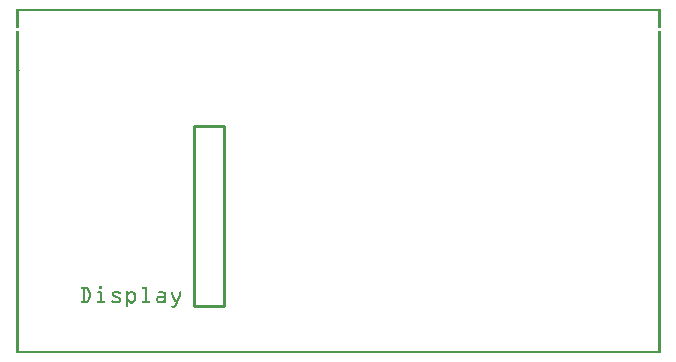
<source format=gto>
G04 MADE WITH FRITZING*
G04 WWW.FRITZING.ORG*
G04 DOUBLE SIDED*
G04 HOLES PLATED*
G04 CONTOUR ON CENTER OF CONTOUR VECTOR*
%ASAXBY*%
%FSLAX23Y23*%
%MOIN*%
%OFA0B0*%
%SFA1.0B1.0*%
%ADD10C,0.010000*%
%ADD11R,0.001000X0.001000*%
%LNSILK1*%
G90*
G70*
G54D10*
X594Y759D02*
X594Y159D01*
D02*
X594Y159D02*
X694Y159D01*
D02*
X694Y159D02*
X694Y759D01*
D02*
X694Y759D02*
X594Y759D01*
G54D11*
X0Y1150D02*
X2147Y1150D01*
X0Y1149D02*
X2147Y1149D01*
X0Y1148D02*
X2147Y1148D01*
X0Y1147D02*
X2147Y1147D01*
X0Y1146D02*
X2147Y1146D01*
X0Y1145D02*
X2147Y1145D01*
X0Y1144D02*
X2147Y1144D01*
X0Y1143D02*
X2147Y1143D01*
X0Y1142D02*
X7Y1142D01*
X2140Y1142D02*
X2147Y1142D01*
X0Y1141D02*
X7Y1141D01*
X2140Y1141D02*
X2147Y1141D01*
X0Y1140D02*
X7Y1140D01*
X2140Y1140D02*
X2147Y1140D01*
X0Y1139D02*
X7Y1139D01*
X2140Y1139D02*
X2147Y1139D01*
X0Y1138D02*
X7Y1138D01*
X2140Y1138D02*
X2147Y1138D01*
X0Y1137D02*
X7Y1137D01*
X2140Y1137D02*
X2147Y1137D01*
X0Y1136D02*
X7Y1136D01*
X2140Y1136D02*
X2147Y1136D01*
X0Y1135D02*
X7Y1135D01*
X2140Y1135D02*
X2147Y1135D01*
X0Y1134D02*
X7Y1134D01*
X2140Y1134D02*
X2147Y1134D01*
X0Y1133D02*
X7Y1133D01*
X2140Y1133D02*
X2147Y1133D01*
X0Y1132D02*
X7Y1132D01*
X2140Y1132D02*
X2147Y1132D01*
X0Y1131D02*
X7Y1131D01*
X2140Y1131D02*
X2147Y1131D01*
X0Y1130D02*
X7Y1130D01*
X2140Y1130D02*
X2147Y1130D01*
X0Y1129D02*
X7Y1129D01*
X2140Y1129D02*
X2147Y1129D01*
X0Y1128D02*
X7Y1128D01*
X2140Y1128D02*
X2147Y1128D01*
X0Y1127D02*
X7Y1127D01*
X2140Y1127D02*
X2147Y1127D01*
X0Y1126D02*
X7Y1126D01*
X2140Y1126D02*
X2147Y1126D01*
X0Y1125D02*
X7Y1125D01*
X2140Y1125D02*
X2147Y1125D01*
X0Y1124D02*
X7Y1124D01*
X2140Y1124D02*
X2147Y1124D01*
X0Y1123D02*
X7Y1123D01*
X2140Y1123D02*
X2147Y1123D01*
X0Y1122D02*
X7Y1122D01*
X2140Y1122D02*
X2147Y1122D01*
X0Y1121D02*
X7Y1121D01*
X2140Y1121D02*
X2147Y1121D01*
X0Y1120D02*
X7Y1120D01*
X2140Y1120D02*
X2147Y1120D01*
X0Y1119D02*
X7Y1119D01*
X2140Y1119D02*
X2147Y1119D01*
X0Y1118D02*
X7Y1118D01*
X2140Y1118D02*
X2147Y1118D01*
X0Y1117D02*
X7Y1117D01*
X2140Y1117D02*
X2147Y1117D01*
X0Y1116D02*
X7Y1116D01*
X2140Y1116D02*
X2147Y1116D01*
X0Y1115D02*
X7Y1115D01*
X2140Y1115D02*
X2147Y1115D01*
X0Y1114D02*
X7Y1114D01*
X2140Y1114D02*
X2147Y1114D01*
X0Y1113D02*
X7Y1113D01*
X2140Y1113D02*
X2147Y1113D01*
X0Y1112D02*
X7Y1112D01*
X2140Y1112D02*
X2147Y1112D01*
X0Y1111D02*
X7Y1111D01*
X2140Y1111D02*
X2147Y1111D01*
X0Y1110D02*
X7Y1110D01*
X2140Y1110D02*
X2147Y1110D01*
X0Y1109D02*
X7Y1109D01*
X2140Y1109D02*
X2147Y1109D01*
X0Y1108D02*
X7Y1108D01*
X2140Y1108D02*
X2147Y1108D01*
X0Y1107D02*
X7Y1107D01*
X2140Y1107D02*
X2147Y1107D01*
X0Y1106D02*
X7Y1106D01*
X2140Y1106D02*
X2147Y1106D01*
X0Y1105D02*
X7Y1105D01*
X2140Y1105D02*
X2147Y1105D01*
X0Y1104D02*
X7Y1104D01*
X2140Y1104D02*
X2147Y1104D01*
X0Y1103D02*
X7Y1103D01*
X2140Y1103D02*
X2147Y1103D01*
X0Y1102D02*
X7Y1102D01*
X2140Y1102D02*
X2147Y1102D01*
X0Y1101D02*
X7Y1101D01*
X2140Y1101D02*
X2147Y1101D01*
X0Y1100D02*
X7Y1100D01*
X2140Y1100D02*
X2147Y1100D01*
X0Y1099D02*
X7Y1099D01*
X2140Y1099D02*
X2147Y1099D01*
X0Y1098D02*
X7Y1098D01*
X2140Y1098D02*
X2147Y1098D01*
X0Y1097D02*
X7Y1097D01*
X2140Y1097D02*
X2147Y1097D01*
X0Y1096D02*
X7Y1096D01*
X2140Y1096D02*
X2147Y1096D01*
X0Y1095D02*
X7Y1095D01*
X2140Y1095D02*
X2147Y1095D01*
X0Y1094D02*
X7Y1094D01*
X2140Y1094D02*
X2147Y1094D01*
X0Y1093D02*
X7Y1093D01*
X2140Y1093D02*
X2147Y1093D01*
X0Y1092D02*
X7Y1092D01*
X2140Y1092D02*
X2147Y1092D01*
X0Y1091D02*
X7Y1091D01*
X2140Y1091D02*
X2147Y1091D01*
X0Y1090D02*
X7Y1090D01*
X2140Y1090D02*
X2147Y1090D01*
X0Y1089D02*
X7Y1089D01*
X2140Y1089D02*
X2147Y1089D01*
X0Y1088D02*
X7Y1088D01*
X2140Y1088D02*
X2147Y1088D01*
X0Y1076D02*
X7Y1076D01*
X2140Y1076D02*
X2147Y1076D01*
X0Y1075D02*
X7Y1075D01*
X2140Y1075D02*
X2147Y1075D01*
X0Y1074D02*
X7Y1074D01*
X2140Y1074D02*
X2147Y1074D01*
X0Y1073D02*
X7Y1073D01*
X2140Y1073D02*
X2147Y1073D01*
X0Y1072D02*
X7Y1072D01*
X2140Y1072D02*
X2147Y1072D01*
X0Y1071D02*
X7Y1071D01*
X2140Y1071D02*
X2147Y1071D01*
X0Y1070D02*
X7Y1070D01*
X2140Y1070D02*
X2147Y1070D01*
X0Y1069D02*
X7Y1069D01*
X2140Y1069D02*
X2147Y1069D01*
X0Y1068D02*
X7Y1068D01*
X2140Y1068D02*
X2147Y1068D01*
X0Y1067D02*
X7Y1067D01*
X2140Y1067D02*
X2147Y1067D01*
X0Y1066D02*
X7Y1066D01*
X2140Y1066D02*
X2147Y1066D01*
X0Y1065D02*
X7Y1065D01*
X2140Y1065D02*
X2147Y1065D01*
X0Y1064D02*
X7Y1064D01*
X2140Y1064D02*
X2147Y1064D01*
X0Y1063D02*
X7Y1063D01*
X2140Y1063D02*
X2147Y1063D01*
X0Y1062D02*
X7Y1062D01*
X2140Y1062D02*
X2147Y1062D01*
X0Y1061D02*
X7Y1061D01*
X2140Y1061D02*
X2147Y1061D01*
X0Y1060D02*
X7Y1060D01*
X2140Y1060D02*
X2147Y1060D01*
X0Y1059D02*
X7Y1059D01*
X2140Y1059D02*
X2147Y1059D01*
X0Y1058D02*
X7Y1058D01*
X2140Y1058D02*
X2147Y1058D01*
X0Y1057D02*
X7Y1057D01*
X2140Y1057D02*
X2147Y1057D01*
X0Y1056D02*
X7Y1056D01*
X2140Y1056D02*
X2147Y1056D01*
X0Y1055D02*
X7Y1055D01*
X2140Y1055D02*
X2147Y1055D01*
X0Y1054D02*
X7Y1054D01*
X2140Y1054D02*
X2147Y1054D01*
X0Y1053D02*
X7Y1053D01*
X2140Y1053D02*
X2147Y1053D01*
X0Y1052D02*
X7Y1052D01*
X2140Y1052D02*
X2147Y1052D01*
X0Y1051D02*
X7Y1051D01*
X2140Y1051D02*
X2147Y1051D01*
X0Y1050D02*
X7Y1050D01*
X2140Y1050D02*
X2147Y1050D01*
X0Y1049D02*
X7Y1049D01*
X2140Y1049D02*
X2147Y1049D01*
X0Y1048D02*
X7Y1048D01*
X2140Y1048D02*
X2147Y1048D01*
X0Y1047D02*
X7Y1047D01*
X2140Y1047D02*
X2147Y1047D01*
X0Y1046D02*
X7Y1046D01*
X2140Y1046D02*
X2147Y1046D01*
X0Y1045D02*
X7Y1045D01*
X2140Y1045D02*
X2147Y1045D01*
X0Y1044D02*
X7Y1044D01*
X2140Y1044D02*
X2147Y1044D01*
X0Y1043D02*
X7Y1043D01*
X2140Y1043D02*
X2147Y1043D01*
X0Y1042D02*
X7Y1042D01*
X2140Y1042D02*
X2147Y1042D01*
X0Y1041D02*
X7Y1041D01*
X2140Y1041D02*
X2147Y1041D01*
X0Y1040D02*
X7Y1040D01*
X2140Y1040D02*
X2147Y1040D01*
X0Y1039D02*
X7Y1039D01*
X2140Y1039D02*
X2147Y1039D01*
X0Y1038D02*
X7Y1038D01*
X2140Y1038D02*
X2147Y1038D01*
X0Y1037D02*
X7Y1037D01*
X2140Y1037D02*
X2147Y1037D01*
X0Y1036D02*
X7Y1036D01*
X2140Y1036D02*
X2147Y1036D01*
X0Y1035D02*
X7Y1035D01*
X2140Y1035D02*
X2147Y1035D01*
X0Y1034D02*
X7Y1034D01*
X2140Y1034D02*
X2147Y1034D01*
X0Y1033D02*
X7Y1033D01*
X2140Y1033D02*
X2147Y1033D01*
X0Y1032D02*
X7Y1032D01*
X2140Y1032D02*
X2147Y1032D01*
X0Y1031D02*
X7Y1031D01*
X2140Y1031D02*
X2147Y1031D01*
X0Y1030D02*
X7Y1030D01*
X2140Y1030D02*
X2147Y1030D01*
X0Y1029D02*
X7Y1029D01*
X2140Y1029D02*
X2147Y1029D01*
X0Y1028D02*
X7Y1028D01*
X2140Y1028D02*
X2147Y1028D01*
X0Y1027D02*
X7Y1027D01*
X2140Y1027D02*
X2147Y1027D01*
X0Y1026D02*
X7Y1026D01*
X2140Y1026D02*
X2147Y1026D01*
X0Y1025D02*
X7Y1025D01*
X2140Y1025D02*
X2147Y1025D01*
X0Y1024D02*
X7Y1024D01*
X2140Y1024D02*
X2147Y1024D01*
X0Y1023D02*
X7Y1023D01*
X2140Y1023D02*
X2147Y1023D01*
X0Y1022D02*
X7Y1022D01*
X2140Y1022D02*
X2147Y1022D01*
X0Y1021D02*
X7Y1021D01*
X2140Y1021D02*
X2147Y1021D01*
X0Y1020D02*
X7Y1020D01*
X2140Y1020D02*
X2147Y1020D01*
X0Y1019D02*
X7Y1019D01*
X2140Y1019D02*
X2147Y1019D01*
X0Y1018D02*
X7Y1018D01*
X2140Y1018D02*
X2147Y1018D01*
X0Y1017D02*
X7Y1017D01*
X2140Y1017D02*
X2147Y1017D01*
X0Y1016D02*
X7Y1016D01*
X2140Y1016D02*
X2147Y1016D01*
X0Y1015D02*
X7Y1015D01*
X2140Y1015D02*
X2147Y1015D01*
X0Y1014D02*
X7Y1014D01*
X2140Y1014D02*
X2147Y1014D01*
X0Y1013D02*
X7Y1013D01*
X2140Y1013D02*
X2147Y1013D01*
X0Y1012D02*
X7Y1012D01*
X2140Y1012D02*
X2147Y1012D01*
X0Y1011D02*
X7Y1011D01*
X2140Y1011D02*
X2147Y1011D01*
X0Y1010D02*
X7Y1010D01*
X2140Y1010D02*
X2147Y1010D01*
X0Y1009D02*
X7Y1009D01*
X2140Y1009D02*
X2147Y1009D01*
X0Y1008D02*
X7Y1008D01*
X2140Y1008D02*
X2147Y1008D01*
X0Y1007D02*
X7Y1007D01*
X2140Y1007D02*
X2147Y1007D01*
X0Y1006D02*
X7Y1006D01*
X2140Y1006D02*
X2147Y1006D01*
X0Y1005D02*
X7Y1005D01*
X2140Y1005D02*
X2147Y1005D01*
X0Y1004D02*
X7Y1004D01*
X2140Y1004D02*
X2147Y1004D01*
X0Y1003D02*
X7Y1003D01*
X2140Y1003D02*
X2147Y1003D01*
X0Y1002D02*
X7Y1002D01*
X2140Y1002D02*
X2147Y1002D01*
X0Y1001D02*
X7Y1001D01*
X2140Y1001D02*
X2147Y1001D01*
X0Y1000D02*
X7Y1000D01*
X2140Y1000D02*
X2147Y1000D01*
X0Y999D02*
X7Y999D01*
X2140Y999D02*
X2147Y999D01*
X0Y998D02*
X7Y998D01*
X2140Y998D02*
X2147Y998D01*
X0Y997D02*
X7Y997D01*
X2140Y997D02*
X2147Y997D01*
X0Y996D02*
X7Y996D01*
X2140Y996D02*
X2147Y996D01*
X0Y995D02*
X7Y995D01*
X2140Y995D02*
X2147Y995D01*
X0Y994D02*
X7Y994D01*
X2140Y994D02*
X2147Y994D01*
X0Y993D02*
X7Y993D01*
X2140Y993D02*
X2147Y993D01*
X0Y992D02*
X7Y992D01*
X2140Y992D02*
X2147Y992D01*
X0Y991D02*
X7Y991D01*
X2140Y991D02*
X2147Y991D01*
X0Y990D02*
X7Y990D01*
X2140Y990D02*
X2147Y990D01*
X0Y989D02*
X7Y989D01*
X2140Y989D02*
X2147Y989D01*
X0Y988D02*
X7Y988D01*
X2140Y988D02*
X2147Y988D01*
X0Y987D02*
X7Y987D01*
X2140Y987D02*
X2147Y987D01*
X0Y986D02*
X7Y986D01*
X2140Y986D02*
X2147Y986D01*
X0Y985D02*
X7Y985D01*
X2140Y985D02*
X2147Y985D01*
X0Y984D02*
X7Y984D01*
X2140Y984D02*
X2147Y984D01*
X0Y983D02*
X7Y983D01*
X2140Y983D02*
X2147Y983D01*
X0Y982D02*
X7Y982D01*
X2140Y982D02*
X2147Y982D01*
X0Y981D02*
X7Y981D01*
X2140Y981D02*
X2147Y981D01*
X0Y980D02*
X7Y980D01*
X2140Y980D02*
X2147Y980D01*
X0Y979D02*
X7Y979D01*
X2140Y979D02*
X2147Y979D01*
X0Y978D02*
X7Y978D01*
X2140Y978D02*
X2147Y978D01*
X0Y977D02*
X7Y977D01*
X2140Y977D02*
X2147Y977D01*
X0Y976D02*
X7Y976D01*
X2140Y976D02*
X2147Y976D01*
X0Y975D02*
X7Y975D01*
X2140Y975D02*
X2147Y975D01*
X0Y974D02*
X7Y974D01*
X2140Y974D02*
X2147Y974D01*
X0Y973D02*
X7Y973D01*
X2140Y973D02*
X2147Y973D01*
X0Y972D02*
X7Y972D01*
X2140Y972D02*
X2147Y972D01*
X0Y971D02*
X7Y971D01*
X2140Y971D02*
X2147Y971D01*
X0Y970D02*
X7Y970D01*
X2140Y970D02*
X2147Y970D01*
X0Y969D02*
X7Y969D01*
X2140Y969D02*
X2147Y969D01*
X0Y968D02*
X7Y968D01*
X2140Y968D02*
X2147Y968D01*
X0Y967D02*
X7Y967D01*
X2140Y967D02*
X2147Y967D01*
X0Y966D02*
X7Y966D01*
X2140Y966D02*
X2147Y966D01*
X0Y965D02*
X7Y965D01*
X2140Y965D02*
X2147Y965D01*
X0Y964D02*
X7Y964D01*
X2140Y964D02*
X2147Y964D01*
X0Y963D02*
X7Y963D01*
X2140Y963D02*
X2147Y963D01*
X0Y962D02*
X8Y962D01*
X2140Y962D02*
X2147Y962D01*
X0Y961D02*
X8Y961D01*
X2140Y961D02*
X2147Y961D01*
X0Y960D02*
X8Y960D01*
X2140Y960D02*
X2147Y960D01*
X0Y959D02*
X9Y959D01*
X2140Y959D02*
X2147Y959D01*
X0Y958D02*
X9Y958D01*
X2140Y958D02*
X2147Y958D01*
X0Y957D02*
X9Y957D01*
X2140Y957D02*
X2147Y957D01*
X0Y956D02*
X9Y956D01*
X2140Y956D02*
X2147Y956D01*
X0Y955D02*
X9Y955D01*
X2140Y955D02*
X2147Y955D01*
X0Y954D02*
X10Y954D01*
X2140Y954D02*
X2147Y954D01*
X0Y953D02*
X10Y953D01*
X2140Y953D02*
X2147Y953D01*
X0Y952D02*
X10Y952D01*
X2140Y952D02*
X2147Y952D01*
X0Y951D02*
X10Y951D01*
X2140Y951D02*
X2147Y951D01*
X0Y950D02*
X10Y950D01*
X2140Y950D02*
X2147Y950D01*
X0Y949D02*
X10Y949D01*
X2140Y949D02*
X2147Y949D01*
X0Y948D02*
X10Y948D01*
X2140Y948D02*
X2147Y948D01*
X0Y947D02*
X10Y947D01*
X2140Y947D02*
X2147Y947D01*
X0Y946D02*
X10Y946D01*
X2140Y946D02*
X2147Y946D01*
X0Y945D02*
X11Y945D01*
X2140Y945D02*
X2147Y945D01*
X0Y944D02*
X11Y944D01*
X2140Y944D02*
X2147Y944D01*
X0Y943D02*
X10Y943D01*
X2140Y943D02*
X2147Y943D01*
X0Y942D02*
X10Y942D01*
X2140Y942D02*
X2147Y942D01*
X0Y941D02*
X10Y941D01*
X2140Y941D02*
X2147Y941D01*
X0Y940D02*
X10Y940D01*
X2140Y940D02*
X2147Y940D01*
X0Y939D02*
X10Y939D01*
X2140Y939D02*
X2147Y939D01*
X0Y938D02*
X10Y938D01*
X2140Y938D02*
X2147Y938D01*
X0Y937D02*
X10Y937D01*
X2140Y937D02*
X2147Y937D01*
X0Y936D02*
X10Y936D01*
X2140Y936D02*
X2147Y936D01*
X0Y935D02*
X10Y935D01*
X2140Y935D02*
X2147Y935D01*
X0Y934D02*
X10Y934D01*
X2140Y934D02*
X2147Y934D01*
X0Y933D02*
X9Y933D01*
X2140Y933D02*
X2147Y933D01*
X0Y932D02*
X9Y932D01*
X2140Y932D02*
X2147Y932D01*
X0Y931D02*
X9Y931D01*
X2140Y931D02*
X2147Y931D01*
X0Y930D02*
X9Y930D01*
X2140Y930D02*
X2147Y930D01*
X0Y929D02*
X8Y929D01*
X2140Y929D02*
X2147Y929D01*
X0Y928D02*
X8Y928D01*
X2140Y928D02*
X2147Y928D01*
X0Y927D02*
X8Y927D01*
X2140Y927D02*
X2147Y927D01*
X0Y926D02*
X8Y926D01*
X2140Y926D02*
X2147Y926D01*
X0Y925D02*
X7Y925D01*
X2140Y925D02*
X2147Y925D01*
X0Y924D02*
X7Y924D01*
X2140Y924D02*
X2147Y924D01*
X0Y923D02*
X7Y923D01*
X2140Y923D02*
X2147Y923D01*
X0Y922D02*
X7Y922D01*
X2140Y922D02*
X2147Y922D01*
X0Y921D02*
X7Y921D01*
X2140Y921D02*
X2147Y921D01*
X0Y920D02*
X7Y920D01*
X2140Y920D02*
X2147Y920D01*
X0Y919D02*
X7Y919D01*
X2140Y919D02*
X2147Y919D01*
X0Y918D02*
X7Y918D01*
X2140Y918D02*
X2147Y918D01*
X0Y917D02*
X7Y917D01*
X2140Y917D02*
X2147Y917D01*
X0Y916D02*
X7Y916D01*
X2140Y916D02*
X2147Y916D01*
X0Y915D02*
X7Y915D01*
X2140Y915D02*
X2147Y915D01*
X0Y914D02*
X7Y914D01*
X2140Y914D02*
X2147Y914D01*
X0Y913D02*
X7Y913D01*
X2140Y913D02*
X2147Y913D01*
X0Y912D02*
X7Y912D01*
X2140Y912D02*
X2147Y912D01*
X0Y911D02*
X7Y911D01*
X2140Y911D02*
X2147Y911D01*
X0Y910D02*
X7Y910D01*
X2140Y910D02*
X2147Y910D01*
X0Y909D02*
X7Y909D01*
X2140Y909D02*
X2147Y909D01*
X0Y908D02*
X7Y908D01*
X2140Y908D02*
X2147Y908D01*
X0Y907D02*
X7Y907D01*
X2140Y907D02*
X2147Y907D01*
X0Y906D02*
X7Y906D01*
X2140Y906D02*
X2147Y906D01*
X0Y905D02*
X7Y905D01*
X2140Y905D02*
X2147Y905D01*
X0Y904D02*
X7Y904D01*
X2140Y904D02*
X2147Y904D01*
X0Y903D02*
X7Y903D01*
X2140Y903D02*
X2147Y903D01*
X0Y902D02*
X7Y902D01*
X2140Y902D02*
X2147Y902D01*
X0Y901D02*
X7Y901D01*
X2140Y901D02*
X2147Y901D01*
X0Y900D02*
X7Y900D01*
X2140Y900D02*
X2147Y900D01*
X0Y899D02*
X7Y899D01*
X2140Y899D02*
X2147Y899D01*
X0Y898D02*
X7Y898D01*
X2140Y898D02*
X2147Y898D01*
X0Y897D02*
X7Y897D01*
X2140Y897D02*
X2147Y897D01*
X0Y896D02*
X7Y896D01*
X2140Y896D02*
X2147Y896D01*
X0Y895D02*
X7Y895D01*
X2140Y895D02*
X2147Y895D01*
X0Y894D02*
X7Y894D01*
X2140Y894D02*
X2147Y894D01*
X0Y893D02*
X7Y893D01*
X2140Y893D02*
X2147Y893D01*
X0Y892D02*
X7Y892D01*
X2140Y892D02*
X2147Y892D01*
X0Y891D02*
X7Y891D01*
X2140Y891D02*
X2147Y891D01*
X0Y890D02*
X7Y890D01*
X2140Y890D02*
X2147Y890D01*
X0Y889D02*
X7Y889D01*
X2140Y889D02*
X2147Y889D01*
X0Y888D02*
X7Y888D01*
X2140Y888D02*
X2147Y888D01*
X0Y887D02*
X7Y887D01*
X2140Y887D02*
X2147Y887D01*
X0Y886D02*
X7Y886D01*
X2140Y886D02*
X2147Y886D01*
X0Y885D02*
X7Y885D01*
X2140Y885D02*
X2147Y885D01*
X0Y884D02*
X7Y884D01*
X2140Y884D02*
X2147Y884D01*
X0Y883D02*
X7Y883D01*
X2140Y883D02*
X2147Y883D01*
X0Y882D02*
X7Y882D01*
X2140Y882D02*
X2147Y882D01*
X0Y881D02*
X7Y881D01*
X2140Y881D02*
X2147Y881D01*
X0Y880D02*
X7Y880D01*
X2140Y880D02*
X2147Y880D01*
X0Y879D02*
X7Y879D01*
X2140Y879D02*
X2147Y879D01*
X0Y878D02*
X7Y878D01*
X2140Y878D02*
X2147Y878D01*
X0Y877D02*
X7Y877D01*
X2140Y877D02*
X2147Y877D01*
X0Y876D02*
X7Y876D01*
X2140Y876D02*
X2147Y876D01*
X0Y875D02*
X7Y875D01*
X2140Y875D02*
X2147Y875D01*
X0Y874D02*
X7Y874D01*
X2140Y874D02*
X2147Y874D01*
X0Y873D02*
X7Y873D01*
X2140Y873D02*
X2147Y873D01*
X0Y872D02*
X7Y872D01*
X2140Y872D02*
X2147Y872D01*
X0Y871D02*
X7Y871D01*
X2140Y871D02*
X2147Y871D01*
X0Y870D02*
X7Y870D01*
X2140Y870D02*
X2147Y870D01*
X0Y869D02*
X7Y869D01*
X2140Y869D02*
X2147Y869D01*
X0Y868D02*
X7Y868D01*
X2140Y868D02*
X2147Y868D01*
X0Y867D02*
X7Y867D01*
X2140Y867D02*
X2147Y867D01*
X0Y866D02*
X7Y866D01*
X2140Y866D02*
X2147Y866D01*
X0Y865D02*
X7Y865D01*
X2140Y865D02*
X2147Y865D01*
X0Y864D02*
X7Y864D01*
X2140Y864D02*
X2147Y864D01*
X0Y863D02*
X7Y863D01*
X2140Y863D02*
X2147Y863D01*
X0Y862D02*
X7Y862D01*
X2140Y862D02*
X2147Y862D01*
X0Y861D02*
X7Y861D01*
X2140Y861D02*
X2147Y861D01*
X0Y860D02*
X7Y860D01*
X2140Y860D02*
X2147Y860D01*
X0Y859D02*
X7Y859D01*
X2140Y859D02*
X2147Y859D01*
X0Y858D02*
X7Y858D01*
X2140Y858D02*
X2147Y858D01*
X0Y857D02*
X7Y857D01*
X2140Y857D02*
X2147Y857D01*
X0Y856D02*
X7Y856D01*
X2140Y856D02*
X2147Y856D01*
X0Y855D02*
X7Y855D01*
X2140Y855D02*
X2147Y855D01*
X0Y854D02*
X7Y854D01*
X2140Y854D02*
X2147Y854D01*
X0Y853D02*
X7Y853D01*
X2140Y853D02*
X2147Y853D01*
X0Y852D02*
X7Y852D01*
X2140Y852D02*
X2147Y852D01*
X0Y851D02*
X7Y851D01*
X2140Y851D02*
X2147Y851D01*
X0Y850D02*
X7Y850D01*
X2140Y850D02*
X2147Y850D01*
X0Y849D02*
X7Y849D01*
X2140Y849D02*
X2147Y849D01*
X0Y848D02*
X7Y848D01*
X2140Y848D02*
X2147Y848D01*
X0Y847D02*
X7Y847D01*
X2140Y847D02*
X2147Y847D01*
X0Y846D02*
X7Y846D01*
X2140Y846D02*
X2147Y846D01*
X0Y845D02*
X7Y845D01*
X2140Y845D02*
X2147Y845D01*
X0Y844D02*
X7Y844D01*
X2140Y844D02*
X2147Y844D01*
X0Y843D02*
X7Y843D01*
X2140Y843D02*
X2147Y843D01*
X0Y842D02*
X7Y842D01*
X2140Y842D02*
X2147Y842D01*
X0Y841D02*
X7Y841D01*
X2140Y841D02*
X2147Y841D01*
X0Y840D02*
X7Y840D01*
X2140Y840D02*
X2147Y840D01*
X0Y839D02*
X7Y839D01*
X2140Y839D02*
X2147Y839D01*
X0Y838D02*
X7Y838D01*
X2140Y838D02*
X2147Y838D01*
X0Y837D02*
X7Y837D01*
X2140Y837D02*
X2147Y837D01*
X0Y836D02*
X7Y836D01*
X2140Y836D02*
X2147Y836D01*
X0Y835D02*
X7Y835D01*
X2140Y835D02*
X2147Y835D01*
X0Y834D02*
X7Y834D01*
X2140Y834D02*
X2147Y834D01*
X0Y833D02*
X7Y833D01*
X2140Y833D02*
X2147Y833D01*
X0Y832D02*
X7Y832D01*
X2140Y832D02*
X2147Y832D01*
X0Y831D02*
X7Y831D01*
X2140Y831D02*
X2147Y831D01*
X0Y830D02*
X7Y830D01*
X2140Y830D02*
X2147Y830D01*
X0Y829D02*
X7Y829D01*
X2140Y829D02*
X2147Y829D01*
X0Y828D02*
X7Y828D01*
X2140Y828D02*
X2147Y828D01*
X0Y827D02*
X7Y827D01*
X2140Y827D02*
X2147Y827D01*
X0Y826D02*
X7Y826D01*
X2140Y826D02*
X2147Y826D01*
X0Y825D02*
X7Y825D01*
X2140Y825D02*
X2147Y825D01*
X0Y824D02*
X7Y824D01*
X2140Y824D02*
X2147Y824D01*
X0Y823D02*
X7Y823D01*
X2140Y823D02*
X2147Y823D01*
X0Y822D02*
X7Y822D01*
X2140Y822D02*
X2147Y822D01*
X0Y821D02*
X7Y821D01*
X2140Y821D02*
X2147Y821D01*
X0Y820D02*
X7Y820D01*
X2140Y820D02*
X2147Y820D01*
X0Y819D02*
X7Y819D01*
X2140Y819D02*
X2147Y819D01*
X0Y818D02*
X7Y818D01*
X2140Y818D02*
X2147Y818D01*
X0Y817D02*
X7Y817D01*
X2140Y817D02*
X2147Y817D01*
X0Y816D02*
X7Y816D01*
X2140Y816D02*
X2147Y816D01*
X0Y815D02*
X7Y815D01*
X2140Y815D02*
X2147Y815D01*
X0Y814D02*
X7Y814D01*
X2140Y814D02*
X2147Y814D01*
X0Y813D02*
X7Y813D01*
X2140Y813D02*
X2147Y813D01*
X0Y812D02*
X7Y812D01*
X2140Y812D02*
X2147Y812D01*
X0Y811D02*
X7Y811D01*
X2140Y811D02*
X2147Y811D01*
X0Y810D02*
X7Y810D01*
X2140Y810D02*
X2147Y810D01*
X0Y809D02*
X7Y809D01*
X2140Y809D02*
X2147Y809D01*
X0Y808D02*
X7Y808D01*
X2140Y808D02*
X2147Y808D01*
X0Y807D02*
X7Y807D01*
X2140Y807D02*
X2147Y807D01*
X0Y806D02*
X7Y806D01*
X2140Y806D02*
X2147Y806D01*
X0Y805D02*
X7Y805D01*
X2140Y805D02*
X2147Y805D01*
X0Y804D02*
X7Y804D01*
X2140Y804D02*
X2147Y804D01*
X0Y803D02*
X7Y803D01*
X2140Y803D02*
X2147Y803D01*
X0Y802D02*
X7Y802D01*
X2140Y802D02*
X2147Y802D01*
X0Y801D02*
X7Y801D01*
X2140Y801D02*
X2147Y801D01*
X0Y800D02*
X7Y800D01*
X2140Y800D02*
X2147Y800D01*
X0Y799D02*
X7Y799D01*
X2140Y799D02*
X2147Y799D01*
X0Y798D02*
X7Y798D01*
X2140Y798D02*
X2147Y798D01*
X0Y797D02*
X7Y797D01*
X2140Y797D02*
X2147Y797D01*
X0Y796D02*
X7Y796D01*
X2140Y796D02*
X2147Y796D01*
X0Y795D02*
X7Y795D01*
X2140Y795D02*
X2147Y795D01*
X0Y794D02*
X7Y794D01*
X2140Y794D02*
X2147Y794D01*
X0Y793D02*
X7Y793D01*
X2140Y793D02*
X2147Y793D01*
X0Y792D02*
X7Y792D01*
X2140Y792D02*
X2147Y792D01*
X0Y791D02*
X7Y791D01*
X2140Y791D02*
X2147Y791D01*
X0Y790D02*
X7Y790D01*
X2140Y790D02*
X2147Y790D01*
X0Y789D02*
X7Y789D01*
X2140Y789D02*
X2147Y789D01*
X0Y788D02*
X7Y788D01*
X2140Y788D02*
X2147Y788D01*
X0Y787D02*
X7Y787D01*
X2140Y787D02*
X2147Y787D01*
X0Y786D02*
X7Y786D01*
X2140Y786D02*
X2147Y786D01*
X0Y785D02*
X7Y785D01*
X2140Y785D02*
X2147Y785D01*
X0Y784D02*
X7Y784D01*
X2140Y784D02*
X2147Y784D01*
X0Y783D02*
X7Y783D01*
X2140Y783D02*
X2147Y783D01*
X0Y782D02*
X7Y782D01*
X2140Y782D02*
X2147Y782D01*
X0Y781D02*
X7Y781D01*
X2140Y781D02*
X2147Y781D01*
X0Y780D02*
X7Y780D01*
X2140Y780D02*
X2147Y780D01*
X0Y779D02*
X7Y779D01*
X2140Y779D02*
X2147Y779D01*
X0Y778D02*
X7Y778D01*
X2140Y778D02*
X2147Y778D01*
X0Y777D02*
X7Y777D01*
X2140Y777D02*
X2147Y777D01*
X0Y776D02*
X7Y776D01*
X2140Y776D02*
X2147Y776D01*
X0Y775D02*
X7Y775D01*
X2140Y775D02*
X2147Y775D01*
X0Y774D02*
X7Y774D01*
X2140Y774D02*
X2147Y774D01*
X0Y773D02*
X7Y773D01*
X2140Y773D02*
X2147Y773D01*
X0Y772D02*
X7Y772D01*
X2140Y772D02*
X2147Y772D01*
X0Y771D02*
X7Y771D01*
X2140Y771D02*
X2147Y771D01*
X0Y770D02*
X7Y770D01*
X2140Y770D02*
X2147Y770D01*
X0Y769D02*
X7Y769D01*
X2140Y769D02*
X2147Y769D01*
X0Y768D02*
X7Y768D01*
X2140Y768D02*
X2147Y768D01*
X0Y767D02*
X7Y767D01*
X2140Y767D02*
X2147Y767D01*
X0Y766D02*
X7Y766D01*
X2140Y766D02*
X2147Y766D01*
X0Y765D02*
X7Y765D01*
X2140Y765D02*
X2147Y765D01*
X0Y764D02*
X7Y764D01*
X2140Y764D02*
X2147Y764D01*
X0Y763D02*
X7Y763D01*
X2140Y763D02*
X2147Y763D01*
X0Y762D02*
X7Y762D01*
X2140Y762D02*
X2147Y762D01*
X0Y761D02*
X7Y761D01*
X626Y761D02*
X627Y761D01*
X2140Y761D02*
X2147Y761D01*
X0Y760D02*
X7Y760D01*
X625Y760D02*
X628Y760D01*
X2140Y760D02*
X2147Y760D01*
X0Y759D02*
X7Y759D01*
X624Y759D02*
X629Y759D01*
X2140Y759D02*
X2147Y759D01*
X0Y758D02*
X7Y758D01*
X623Y758D02*
X629Y758D01*
X2140Y758D02*
X2147Y758D01*
X0Y757D02*
X7Y757D01*
X622Y757D02*
X628Y757D01*
X2140Y757D02*
X2147Y757D01*
X0Y756D02*
X7Y756D01*
X621Y756D02*
X627Y756D01*
X2140Y756D02*
X2147Y756D01*
X0Y755D02*
X7Y755D01*
X620Y755D02*
X626Y755D01*
X2140Y755D02*
X2147Y755D01*
X0Y754D02*
X7Y754D01*
X2140Y754D02*
X2147Y754D01*
X0Y753D02*
X7Y753D01*
X2140Y753D02*
X2147Y753D01*
X0Y752D02*
X7Y752D01*
X2140Y752D02*
X2147Y752D01*
X0Y751D02*
X7Y751D01*
X2140Y751D02*
X2147Y751D01*
X0Y750D02*
X7Y750D01*
X2140Y750D02*
X2147Y750D01*
X0Y749D02*
X7Y749D01*
X2140Y749D02*
X2147Y749D01*
X0Y748D02*
X7Y748D01*
X2140Y748D02*
X2147Y748D01*
X0Y747D02*
X7Y747D01*
X2140Y747D02*
X2147Y747D01*
X0Y746D02*
X7Y746D01*
X2140Y746D02*
X2147Y746D01*
X0Y745D02*
X7Y745D01*
X2140Y745D02*
X2147Y745D01*
X0Y744D02*
X7Y744D01*
X2140Y744D02*
X2147Y744D01*
X0Y743D02*
X7Y743D01*
X2140Y743D02*
X2147Y743D01*
X0Y742D02*
X7Y742D01*
X2140Y742D02*
X2147Y742D01*
X0Y741D02*
X7Y741D01*
X2140Y741D02*
X2147Y741D01*
X0Y740D02*
X7Y740D01*
X2140Y740D02*
X2147Y740D01*
X0Y739D02*
X7Y739D01*
X2140Y739D02*
X2147Y739D01*
X0Y738D02*
X7Y738D01*
X2140Y738D02*
X2147Y738D01*
X0Y737D02*
X7Y737D01*
X2140Y737D02*
X2147Y737D01*
X0Y736D02*
X7Y736D01*
X2140Y736D02*
X2147Y736D01*
X0Y735D02*
X7Y735D01*
X2140Y735D02*
X2147Y735D01*
X0Y734D02*
X7Y734D01*
X599Y734D02*
X599Y734D01*
X2140Y734D02*
X2147Y734D01*
X0Y733D02*
X7Y733D01*
X598Y733D02*
X599Y733D01*
X2140Y733D02*
X2147Y733D01*
X0Y732D02*
X7Y732D01*
X597Y732D02*
X599Y732D01*
X2140Y732D02*
X2147Y732D01*
X0Y731D02*
X7Y731D01*
X596Y731D02*
X599Y731D01*
X2140Y731D02*
X2147Y731D01*
X0Y730D02*
X7Y730D01*
X595Y730D02*
X599Y730D01*
X2140Y730D02*
X2147Y730D01*
X0Y729D02*
X7Y729D01*
X594Y729D02*
X599Y729D01*
X2140Y729D02*
X2147Y729D01*
X0Y728D02*
X7Y728D01*
X593Y728D02*
X599Y728D01*
X2140Y728D02*
X2147Y728D01*
X0Y727D02*
X7Y727D01*
X592Y727D02*
X598Y727D01*
X2140Y727D02*
X2147Y727D01*
X0Y726D02*
X7Y726D01*
X593Y726D02*
X597Y726D01*
X2140Y726D02*
X2147Y726D01*
X0Y725D02*
X7Y725D01*
X594Y725D02*
X596Y725D01*
X2140Y725D02*
X2147Y725D01*
X0Y724D02*
X7Y724D01*
X595Y724D02*
X595Y724D01*
X2140Y724D02*
X2147Y724D01*
X0Y723D02*
X7Y723D01*
X2140Y723D02*
X2147Y723D01*
X0Y722D02*
X7Y722D01*
X2140Y722D02*
X2147Y722D01*
X0Y721D02*
X7Y721D01*
X2140Y721D02*
X2147Y721D01*
X0Y720D02*
X7Y720D01*
X2140Y720D02*
X2147Y720D01*
X0Y719D02*
X7Y719D01*
X2140Y719D02*
X2147Y719D01*
X0Y718D02*
X7Y718D01*
X2140Y718D02*
X2147Y718D01*
X0Y717D02*
X7Y717D01*
X2140Y717D02*
X2147Y717D01*
X0Y716D02*
X7Y716D01*
X2140Y716D02*
X2147Y716D01*
X0Y715D02*
X7Y715D01*
X2140Y715D02*
X2147Y715D01*
X0Y714D02*
X7Y714D01*
X2140Y714D02*
X2147Y714D01*
X0Y713D02*
X7Y713D01*
X2140Y713D02*
X2147Y713D01*
X0Y712D02*
X7Y712D01*
X2140Y712D02*
X2147Y712D01*
X0Y711D02*
X7Y711D01*
X2140Y711D02*
X2147Y711D01*
X0Y710D02*
X7Y710D01*
X2140Y710D02*
X2147Y710D01*
X0Y709D02*
X7Y709D01*
X2140Y709D02*
X2147Y709D01*
X0Y708D02*
X7Y708D01*
X2140Y708D02*
X2147Y708D01*
X0Y707D02*
X7Y707D01*
X2140Y707D02*
X2147Y707D01*
X0Y706D02*
X7Y706D01*
X2140Y706D02*
X2147Y706D01*
X0Y705D02*
X7Y705D01*
X2140Y705D02*
X2147Y705D01*
X0Y704D02*
X7Y704D01*
X2140Y704D02*
X2147Y704D01*
X0Y703D02*
X7Y703D01*
X2140Y703D02*
X2147Y703D01*
X0Y702D02*
X7Y702D01*
X2140Y702D02*
X2147Y702D01*
X0Y701D02*
X7Y701D01*
X2140Y701D02*
X2147Y701D01*
X0Y700D02*
X7Y700D01*
X2140Y700D02*
X2147Y700D01*
X0Y699D02*
X7Y699D01*
X2140Y699D02*
X2147Y699D01*
X0Y698D02*
X7Y698D01*
X2140Y698D02*
X2147Y698D01*
X0Y697D02*
X7Y697D01*
X2140Y697D02*
X2147Y697D01*
X0Y696D02*
X7Y696D01*
X2140Y696D02*
X2147Y696D01*
X0Y695D02*
X7Y695D01*
X2140Y695D02*
X2147Y695D01*
X0Y694D02*
X7Y694D01*
X2140Y694D02*
X2147Y694D01*
X0Y693D02*
X7Y693D01*
X2140Y693D02*
X2147Y693D01*
X0Y692D02*
X7Y692D01*
X2140Y692D02*
X2147Y692D01*
X0Y691D02*
X7Y691D01*
X2140Y691D02*
X2147Y691D01*
X0Y690D02*
X7Y690D01*
X2140Y690D02*
X2147Y690D01*
X0Y689D02*
X7Y689D01*
X2140Y689D02*
X2147Y689D01*
X0Y688D02*
X7Y688D01*
X2140Y688D02*
X2147Y688D01*
X0Y687D02*
X7Y687D01*
X2140Y687D02*
X2147Y687D01*
X0Y686D02*
X7Y686D01*
X2140Y686D02*
X2147Y686D01*
X0Y685D02*
X7Y685D01*
X2140Y685D02*
X2147Y685D01*
X0Y684D02*
X7Y684D01*
X2140Y684D02*
X2147Y684D01*
X0Y683D02*
X7Y683D01*
X2140Y683D02*
X2147Y683D01*
X0Y682D02*
X7Y682D01*
X2140Y682D02*
X2147Y682D01*
X0Y681D02*
X7Y681D01*
X2140Y681D02*
X2147Y681D01*
X0Y680D02*
X7Y680D01*
X2140Y680D02*
X2147Y680D01*
X0Y679D02*
X7Y679D01*
X2140Y679D02*
X2147Y679D01*
X0Y678D02*
X7Y678D01*
X2140Y678D02*
X2147Y678D01*
X0Y677D02*
X7Y677D01*
X2140Y677D02*
X2147Y677D01*
X0Y676D02*
X7Y676D01*
X2140Y676D02*
X2147Y676D01*
X0Y675D02*
X7Y675D01*
X2140Y675D02*
X2147Y675D01*
X0Y674D02*
X7Y674D01*
X2140Y674D02*
X2147Y674D01*
X0Y673D02*
X7Y673D01*
X2140Y673D02*
X2147Y673D01*
X0Y672D02*
X7Y672D01*
X2140Y672D02*
X2147Y672D01*
X0Y671D02*
X7Y671D01*
X2140Y671D02*
X2147Y671D01*
X0Y670D02*
X7Y670D01*
X2140Y670D02*
X2147Y670D01*
X0Y669D02*
X7Y669D01*
X2140Y669D02*
X2147Y669D01*
X0Y668D02*
X7Y668D01*
X2140Y668D02*
X2147Y668D01*
X0Y667D02*
X7Y667D01*
X2140Y667D02*
X2147Y667D01*
X0Y666D02*
X7Y666D01*
X2140Y666D02*
X2147Y666D01*
X0Y665D02*
X7Y665D01*
X2140Y665D02*
X2147Y665D01*
X0Y664D02*
X7Y664D01*
X2140Y664D02*
X2147Y664D01*
X0Y663D02*
X7Y663D01*
X2140Y663D02*
X2147Y663D01*
X0Y662D02*
X7Y662D01*
X2140Y662D02*
X2147Y662D01*
X0Y661D02*
X7Y661D01*
X2140Y661D02*
X2147Y661D01*
X0Y660D02*
X7Y660D01*
X2140Y660D02*
X2147Y660D01*
X0Y659D02*
X7Y659D01*
X2140Y659D02*
X2147Y659D01*
X0Y658D02*
X7Y658D01*
X2140Y658D02*
X2147Y658D01*
X0Y657D02*
X7Y657D01*
X2140Y657D02*
X2147Y657D01*
X0Y656D02*
X7Y656D01*
X2140Y656D02*
X2147Y656D01*
X0Y655D02*
X7Y655D01*
X2140Y655D02*
X2147Y655D01*
X0Y654D02*
X7Y654D01*
X2140Y654D02*
X2147Y654D01*
X0Y653D02*
X7Y653D01*
X2140Y653D02*
X2147Y653D01*
X0Y652D02*
X7Y652D01*
X2140Y652D02*
X2147Y652D01*
X0Y651D02*
X7Y651D01*
X2140Y651D02*
X2147Y651D01*
X0Y650D02*
X7Y650D01*
X2140Y650D02*
X2147Y650D01*
X0Y649D02*
X7Y649D01*
X2140Y649D02*
X2147Y649D01*
X0Y648D02*
X7Y648D01*
X2140Y648D02*
X2147Y648D01*
X0Y647D02*
X7Y647D01*
X2140Y647D02*
X2147Y647D01*
X0Y646D02*
X7Y646D01*
X2140Y646D02*
X2147Y646D01*
X0Y645D02*
X7Y645D01*
X2140Y645D02*
X2147Y645D01*
X0Y644D02*
X7Y644D01*
X2140Y644D02*
X2147Y644D01*
X0Y643D02*
X7Y643D01*
X2140Y643D02*
X2147Y643D01*
X0Y642D02*
X7Y642D01*
X2140Y642D02*
X2147Y642D01*
X0Y641D02*
X7Y641D01*
X2140Y641D02*
X2147Y641D01*
X0Y640D02*
X7Y640D01*
X2140Y640D02*
X2147Y640D01*
X0Y639D02*
X7Y639D01*
X2140Y639D02*
X2147Y639D01*
X0Y638D02*
X7Y638D01*
X2140Y638D02*
X2147Y638D01*
X0Y637D02*
X7Y637D01*
X2140Y637D02*
X2147Y637D01*
X0Y636D02*
X7Y636D01*
X2140Y636D02*
X2147Y636D01*
X0Y635D02*
X7Y635D01*
X2140Y635D02*
X2147Y635D01*
X0Y634D02*
X7Y634D01*
X2140Y634D02*
X2147Y634D01*
X0Y633D02*
X7Y633D01*
X2140Y633D02*
X2147Y633D01*
X0Y632D02*
X7Y632D01*
X2140Y632D02*
X2147Y632D01*
X0Y631D02*
X7Y631D01*
X2140Y631D02*
X2147Y631D01*
X0Y630D02*
X7Y630D01*
X2140Y630D02*
X2147Y630D01*
X0Y629D02*
X7Y629D01*
X2140Y629D02*
X2147Y629D01*
X0Y628D02*
X7Y628D01*
X2140Y628D02*
X2147Y628D01*
X0Y627D02*
X7Y627D01*
X2140Y627D02*
X2147Y627D01*
X0Y626D02*
X7Y626D01*
X2140Y626D02*
X2147Y626D01*
X0Y625D02*
X7Y625D01*
X2140Y625D02*
X2147Y625D01*
X0Y624D02*
X7Y624D01*
X2140Y624D02*
X2147Y624D01*
X0Y623D02*
X7Y623D01*
X2140Y623D02*
X2147Y623D01*
X0Y622D02*
X7Y622D01*
X2140Y622D02*
X2147Y622D01*
X0Y621D02*
X7Y621D01*
X2140Y621D02*
X2147Y621D01*
X0Y620D02*
X7Y620D01*
X2140Y620D02*
X2147Y620D01*
X0Y619D02*
X7Y619D01*
X2140Y619D02*
X2147Y619D01*
X0Y618D02*
X7Y618D01*
X2140Y618D02*
X2147Y618D01*
X0Y617D02*
X7Y617D01*
X2140Y617D02*
X2147Y617D01*
X0Y616D02*
X7Y616D01*
X2140Y616D02*
X2147Y616D01*
X0Y615D02*
X7Y615D01*
X2140Y615D02*
X2147Y615D01*
X0Y614D02*
X7Y614D01*
X2140Y614D02*
X2147Y614D01*
X0Y613D02*
X7Y613D01*
X2140Y613D02*
X2147Y613D01*
X0Y612D02*
X7Y612D01*
X2140Y612D02*
X2147Y612D01*
X0Y611D02*
X7Y611D01*
X2140Y611D02*
X2147Y611D01*
X0Y610D02*
X7Y610D01*
X2140Y610D02*
X2147Y610D01*
X0Y609D02*
X7Y609D01*
X2140Y609D02*
X2147Y609D01*
X0Y608D02*
X7Y608D01*
X2140Y608D02*
X2147Y608D01*
X0Y607D02*
X7Y607D01*
X2140Y607D02*
X2147Y607D01*
X0Y606D02*
X7Y606D01*
X2140Y606D02*
X2147Y606D01*
X0Y605D02*
X7Y605D01*
X2140Y605D02*
X2147Y605D01*
X0Y604D02*
X7Y604D01*
X2140Y604D02*
X2147Y604D01*
X0Y603D02*
X7Y603D01*
X2140Y603D02*
X2147Y603D01*
X0Y602D02*
X7Y602D01*
X2140Y602D02*
X2147Y602D01*
X0Y601D02*
X7Y601D01*
X2140Y601D02*
X2147Y601D01*
X0Y600D02*
X7Y600D01*
X2140Y600D02*
X2147Y600D01*
X0Y599D02*
X7Y599D01*
X2140Y599D02*
X2147Y599D01*
X0Y598D02*
X7Y598D01*
X2140Y598D02*
X2147Y598D01*
X0Y597D02*
X7Y597D01*
X2140Y597D02*
X2147Y597D01*
X0Y596D02*
X7Y596D01*
X2140Y596D02*
X2147Y596D01*
X0Y595D02*
X7Y595D01*
X2140Y595D02*
X2147Y595D01*
X0Y594D02*
X7Y594D01*
X2140Y594D02*
X2147Y594D01*
X0Y593D02*
X7Y593D01*
X2140Y593D02*
X2147Y593D01*
X0Y592D02*
X7Y592D01*
X2140Y592D02*
X2147Y592D01*
X0Y591D02*
X7Y591D01*
X2140Y591D02*
X2147Y591D01*
X0Y590D02*
X7Y590D01*
X2140Y590D02*
X2147Y590D01*
X0Y589D02*
X7Y589D01*
X2140Y589D02*
X2147Y589D01*
X0Y588D02*
X7Y588D01*
X2140Y588D02*
X2147Y588D01*
X0Y587D02*
X7Y587D01*
X2140Y587D02*
X2147Y587D01*
X0Y586D02*
X7Y586D01*
X2140Y586D02*
X2147Y586D01*
X0Y585D02*
X7Y585D01*
X2140Y585D02*
X2147Y585D01*
X0Y584D02*
X7Y584D01*
X2140Y584D02*
X2147Y584D01*
X0Y583D02*
X7Y583D01*
X2140Y583D02*
X2147Y583D01*
X0Y582D02*
X7Y582D01*
X2140Y582D02*
X2147Y582D01*
X0Y581D02*
X7Y581D01*
X2140Y581D02*
X2147Y581D01*
X0Y580D02*
X7Y580D01*
X2140Y580D02*
X2147Y580D01*
X0Y579D02*
X7Y579D01*
X2140Y579D02*
X2147Y579D01*
X0Y578D02*
X7Y578D01*
X2140Y578D02*
X2147Y578D01*
X0Y577D02*
X7Y577D01*
X2140Y577D02*
X2147Y577D01*
X0Y576D02*
X7Y576D01*
X2140Y576D02*
X2147Y576D01*
X0Y575D02*
X7Y575D01*
X2140Y575D02*
X2147Y575D01*
X0Y574D02*
X7Y574D01*
X2140Y574D02*
X2147Y574D01*
X0Y573D02*
X7Y573D01*
X2140Y573D02*
X2147Y573D01*
X0Y572D02*
X7Y572D01*
X2140Y572D02*
X2147Y572D01*
X0Y571D02*
X7Y571D01*
X2140Y571D02*
X2147Y571D01*
X0Y570D02*
X7Y570D01*
X2140Y570D02*
X2147Y570D01*
X0Y569D02*
X7Y569D01*
X2140Y569D02*
X2147Y569D01*
X0Y568D02*
X7Y568D01*
X2140Y568D02*
X2147Y568D01*
X0Y567D02*
X7Y567D01*
X2140Y567D02*
X2147Y567D01*
X0Y566D02*
X7Y566D01*
X2140Y566D02*
X2147Y566D01*
X0Y565D02*
X7Y565D01*
X2140Y565D02*
X2147Y565D01*
X0Y564D02*
X7Y564D01*
X2140Y564D02*
X2147Y564D01*
X0Y563D02*
X7Y563D01*
X2140Y563D02*
X2147Y563D01*
X0Y562D02*
X7Y562D01*
X2140Y562D02*
X2147Y562D01*
X0Y561D02*
X7Y561D01*
X2140Y561D02*
X2147Y561D01*
X0Y560D02*
X7Y560D01*
X2140Y560D02*
X2147Y560D01*
X0Y559D02*
X7Y559D01*
X2140Y559D02*
X2147Y559D01*
X0Y558D02*
X7Y558D01*
X2140Y558D02*
X2147Y558D01*
X0Y557D02*
X7Y557D01*
X2140Y557D02*
X2147Y557D01*
X0Y556D02*
X7Y556D01*
X2140Y556D02*
X2147Y556D01*
X0Y555D02*
X7Y555D01*
X2140Y555D02*
X2147Y555D01*
X0Y554D02*
X7Y554D01*
X2140Y554D02*
X2147Y554D01*
X0Y553D02*
X7Y553D01*
X2140Y553D02*
X2147Y553D01*
X0Y552D02*
X7Y552D01*
X2140Y552D02*
X2147Y552D01*
X0Y551D02*
X7Y551D01*
X2140Y551D02*
X2147Y551D01*
X0Y550D02*
X7Y550D01*
X2140Y550D02*
X2147Y550D01*
X0Y549D02*
X7Y549D01*
X2140Y549D02*
X2147Y549D01*
X0Y548D02*
X7Y548D01*
X2140Y548D02*
X2147Y548D01*
X0Y547D02*
X7Y547D01*
X2140Y547D02*
X2147Y547D01*
X0Y546D02*
X7Y546D01*
X2140Y546D02*
X2147Y546D01*
X0Y545D02*
X7Y545D01*
X2140Y545D02*
X2147Y545D01*
X0Y544D02*
X7Y544D01*
X2140Y544D02*
X2147Y544D01*
X0Y543D02*
X7Y543D01*
X2140Y543D02*
X2147Y543D01*
X0Y542D02*
X7Y542D01*
X2140Y542D02*
X2147Y542D01*
X0Y541D02*
X7Y541D01*
X2140Y541D02*
X2147Y541D01*
X0Y540D02*
X7Y540D01*
X2140Y540D02*
X2147Y540D01*
X0Y539D02*
X7Y539D01*
X2140Y539D02*
X2147Y539D01*
X0Y538D02*
X7Y538D01*
X2140Y538D02*
X2147Y538D01*
X0Y537D02*
X7Y537D01*
X2140Y537D02*
X2147Y537D01*
X0Y536D02*
X7Y536D01*
X2140Y536D02*
X2147Y536D01*
X0Y535D02*
X7Y535D01*
X2140Y535D02*
X2147Y535D01*
X0Y534D02*
X7Y534D01*
X2140Y534D02*
X2147Y534D01*
X0Y533D02*
X7Y533D01*
X2140Y533D02*
X2147Y533D01*
X0Y532D02*
X7Y532D01*
X2140Y532D02*
X2147Y532D01*
X0Y531D02*
X7Y531D01*
X2140Y531D02*
X2147Y531D01*
X0Y530D02*
X7Y530D01*
X2140Y530D02*
X2147Y530D01*
X0Y529D02*
X7Y529D01*
X2140Y529D02*
X2147Y529D01*
X0Y528D02*
X7Y528D01*
X2140Y528D02*
X2147Y528D01*
X0Y527D02*
X7Y527D01*
X2140Y527D02*
X2147Y527D01*
X0Y526D02*
X7Y526D01*
X2140Y526D02*
X2147Y526D01*
X0Y525D02*
X7Y525D01*
X2140Y525D02*
X2147Y525D01*
X0Y524D02*
X7Y524D01*
X2140Y524D02*
X2147Y524D01*
X0Y523D02*
X7Y523D01*
X2140Y523D02*
X2147Y523D01*
X0Y522D02*
X7Y522D01*
X2140Y522D02*
X2147Y522D01*
X0Y521D02*
X7Y521D01*
X2140Y521D02*
X2147Y521D01*
X0Y520D02*
X7Y520D01*
X2140Y520D02*
X2147Y520D01*
X0Y519D02*
X7Y519D01*
X2140Y519D02*
X2147Y519D01*
X0Y518D02*
X7Y518D01*
X2140Y518D02*
X2147Y518D01*
X0Y517D02*
X7Y517D01*
X2140Y517D02*
X2147Y517D01*
X0Y516D02*
X7Y516D01*
X2140Y516D02*
X2147Y516D01*
X0Y515D02*
X7Y515D01*
X2140Y515D02*
X2147Y515D01*
X0Y514D02*
X7Y514D01*
X2140Y514D02*
X2147Y514D01*
X0Y513D02*
X7Y513D01*
X2140Y513D02*
X2147Y513D01*
X0Y512D02*
X7Y512D01*
X2140Y512D02*
X2147Y512D01*
X0Y511D02*
X7Y511D01*
X2140Y511D02*
X2147Y511D01*
X0Y510D02*
X7Y510D01*
X2140Y510D02*
X2147Y510D01*
X0Y509D02*
X7Y509D01*
X2140Y509D02*
X2147Y509D01*
X0Y508D02*
X7Y508D01*
X2140Y508D02*
X2147Y508D01*
X0Y507D02*
X7Y507D01*
X2140Y507D02*
X2147Y507D01*
X0Y506D02*
X7Y506D01*
X2140Y506D02*
X2147Y506D01*
X0Y505D02*
X7Y505D01*
X2140Y505D02*
X2147Y505D01*
X0Y504D02*
X7Y504D01*
X2140Y504D02*
X2147Y504D01*
X0Y503D02*
X7Y503D01*
X2140Y503D02*
X2147Y503D01*
X0Y502D02*
X7Y502D01*
X2140Y502D02*
X2147Y502D01*
X0Y501D02*
X7Y501D01*
X2140Y501D02*
X2147Y501D01*
X0Y500D02*
X7Y500D01*
X2140Y500D02*
X2147Y500D01*
X0Y499D02*
X7Y499D01*
X2140Y499D02*
X2147Y499D01*
X0Y498D02*
X7Y498D01*
X2140Y498D02*
X2147Y498D01*
X0Y497D02*
X7Y497D01*
X2140Y497D02*
X2147Y497D01*
X0Y496D02*
X7Y496D01*
X2140Y496D02*
X2147Y496D01*
X0Y495D02*
X7Y495D01*
X2140Y495D02*
X2147Y495D01*
X0Y494D02*
X7Y494D01*
X2140Y494D02*
X2147Y494D01*
X0Y493D02*
X7Y493D01*
X2140Y493D02*
X2147Y493D01*
X0Y492D02*
X7Y492D01*
X2140Y492D02*
X2147Y492D01*
X0Y491D02*
X7Y491D01*
X2140Y491D02*
X2147Y491D01*
X0Y490D02*
X7Y490D01*
X2140Y490D02*
X2147Y490D01*
X0Y489D02*
X7Y489D01*
X2140Y489D02*
X2147Y489D01*
X0Y488D02*
X7Y488D01*
X2140Y488D02*
X2147Y488D01*
X0Y487D02*
X7Y487D01*
X2140Y487D02*
X2147Y487D01*
X0Y486D02*
X7Y486D01*
X2140Y486D02*
X2147Y486D01*
X0Y485D02*
X7Y485D01*
X2140Y485D02*
X2147Y485D01*
X0Y484D02*
X7Y484D01*
X2140Y484D02*
X2147Y484D01*
X0Y483D02*
X7Y483D01*
X2140Y483D02*
X2147Y483D01*
X0Y482D02*
X7Y482D01*
X2140Y482D02*
X2147Y482D01*
X0Y481D02*
X7Y481D01*
X2140Y481D02*
X2147Y481D01*
X0Y480D02*
X7Y480D01*
X2140Y480D02*
X2147Y480D01*
X0Y479D02*
X7Y479D01*
X2140Y479D02*
X2147Y479D01*
X0Y478D02*
X7Y478D01*
X2140Y478D02*
X2147Y478D01*
X0Y477D02*
X7Y477D01*
X2140Y477D02*
X2147Y477D01*
X0Y476D02*
X7Y476D01*
X2140Y476D02*
X2147Y476D01*
X0Y475D02*
X7Y475D01*
X2140Y475D02*
X2147Y475D01*
X0Y474D02*
X7Y474D01*
X2140Y474D02*
X2147Y474D01*
X0Y473D02*
X7Y473D01*
X2140Y473D02*
X2147Y473D01*
X0Y472D02*
X7Y472D01*
X2140Y472D02*
X2147Y472D01*
X0Y471D02*
X7Y471D01*
X2140Y471D02*
X2147Y471D01*
X0Y470D02*
X7Y470D01*
X2140Y470D02*
X2147Y470D01*
X0Y469D02*
X7Y469D01*
X2140Y469D02*
X2147Y469D01*
X0Y468D02*
X7Y468D01*
X2140Y468D02*
X2147Y468D01*
X0Y467D02*
X7Y467D01*
X2140Y467D02*
X2147Y467D01*
X0Y466D02*
X7Y466D01*
X2140Y466D02*
X2147Y466D01*
X0Y465D02*
X7Y465D01*
X2140Y465D02*
X2147Y465D01*
X0Y464D02*
X7Y464D01*
X2140Y464D02*
X2147Y464D01*
X0Y463D02*
X7Y463D01*
X2140Y463D02*
X2147Y463D01*
X0Y462D02*
X7Y462D01*
X2140Y462D02*
X2147Y462D01*
X0Y461D02*
X7Y461D01*
X2140Y461D02*
X2147Y461D01*
X0Y460D02*
X7Y460D01*
X2140Y460D02*
X2147Y460D01*
X0Y459D02*
X7Y459D01*
X2140Y459D02*
X2147Y459D01*
X0Y458D02*
X7Y458D01*
X2140Y458D02*
X2147Y458D01*
X0Y457D02*
X7Y457D01*
X2140Y457D02*
X2147Y457D01*
X0Y456D02*
X7Y456D01*
X2140Y456D02*
X2147Y456D01*
X0Y455D02*
X7Y455D01*
X2140Y455D02*
X2147Y455D01*
X0Y454D02*
X7Y454D01*
X2140Y454D02*
X2147Y454D01*
X0Y453D02*
X7Y453D01*
X2140Y453D02*
X2147Y453D01*
X0Y452D02*
X7Y452D01*
X2140Y452D02*
X2147Y452D01*
X0Y451D02*
X7Y451D01*
X2140Y451D02*
X2147Y451D01*
X0Y450D02*
X7Y450D01*
X2140Y450D02*
X2147Y450D01*
X0Y449D02*
X7Y449D01*
X2140Y449D02*
X2147Y449D01*
X0Y448D02*
X7Y448D01*
X2140Y448D02*
X2147Y448D01*
X0Y447D02*
X7Y447D01*
X2140Y447D02*
X2147Y447D01*
X0Y446D02*
X7Y446D01*
X2140Y446D02*
X2147Y446D01*
X0Y445D02*
X7Y445D01*
X2140Y445D02*
X2147Y445D01*
X0Y444D02*
X7Y444D01*
X2140Y444D02*
X2147Y444D01*
X0Y443D02*
X7Y443D01*
X2140Y443D02*
X2147Y443D01*
X0Y442D02*
X7Y442D01*
X2140Y442D02*
X2147Y442D01*
X0Y441D02*
X7Y441D01*
X2140Y441D02*
X2147Y441D01*
X0Y440D02*
X7Y440D01*
X2140Y440D02*
X2147Y440D01*
X0Y439D02*
X7Y439D01*
X2140Y439D02*
X2147Y439D01*
X0Y438D02*
X7Y438D01*
X2140Y438D02*
X2147Y438D01*
X0Y437D02*
X7Y437D01*
X2140Y437D02*
X2147Y437D01*
X0Y436D02*
X7Y436D01*
X2140Y436D02*
X2147Y436D01*
X0Y435D02*
X7Y435D01*
X2140Y435D02*
X2147Y435D01*
X0Y434D02*
X7Y434D01*
X2140Y434D02*
X2147Y434D01*
X0Y433D02*
X7Y433D01*
X2140Y433D02*
X2147Y433D01*
X0Y432D02*
X7Y432D01*
X2140Y432D02*
X2147Y432D01*
X0Y431D02*
X7Y431D01*
X2140Y431D02*
X2147Y431D01*
X0Y430D02*
X7Y430D01*
X2140Y430D02*
X2147Y430D01*
X0Y429D02*
X7Y429D01*
X2140Y429D02*
X2147Y429D01*
X0Y428D02*
X7Y428D01*
X2140Y428D02*
X2147Y428D01*
X0Y427D02*
X7Y427D01*
X2140Y427D02*
X2147Y427D01*
X0Y426D02*
X7Y426D01*
X2140Y426D02*
X2147Y426D01*
X0Y425D02*
X7Y425D01*
X2140Y425D02*
X2147Y425D01*
X0Y424D02*
X7Y424D01*
X2140Y424D02*
X2147Y424D01*
X0Y423D02*
X7Y423D01*
X2140Y423D02*
X2147Y423D01*
X0Y422D02*
X7Y422D01*
X2140Y422D02*
X2147Y422D01*
X0Y421D02*
X7Y421D01*
X2140Y421D02*
X2147Y421D01*
X0Y420D02*
X7Y420D01*
X2140Y420D02*
X2147Y420D01*
X0Y419D02*
X7Y419D01*
X2140Y419D02*
X2147Y419D01*
X0Y418D02*
X7Y418D01*
X2140Y418D02*
X2147Y418D01*
X0Y417D02*
X7Y417D01*
X2140Y417D02*
X2147Y417D01*
X0Y416D02*
X7Y416D01*
X2140Y416D02*
X2147Y416D01*
X0Y415D02*
X7Y415D01*
X2140Y415D02*
X2147Y415D01*
X0Y414D02*
X7Y414D01*
X2140Y414D02*
X2147Y414D01*
X0Y413D02*
X7Y413D01*
X2140Y413D02*
X2147Y413D01*
X0Y412D02*
X7Y412D01*
X2140Y412D02*
X2147Y412D01*
X0Y411D02*
X7Y411D01*
X2140Y411D02*
X2147Y411D01*
X0Y410D02*
X7Y410D01*
X2140Y410D02*
X2147Y410D01*
X0Y409D02*
X7Y409D01*
X2140Y409D02*
X2147Y409D01*
X0Y408D02*
X7Y408D01*
X2140Y408D02*
X2147Y408D01*
X0Y407D02*
X7Y407D01*
X2140Y407D02*
X2147Y407D01*
X0Y406D02*
X7Y406D01*
X2140Y406D02*
X2147Y406D01*
X0Y405D02*
X7Y405D01*
X2140Y405D02*
X2147Y405D01*
X0Y404D02*
X7Y404D01*
X2140Y404D02*
X2147Y404D01*
X0Y403D02*
X7Y403D01*
X2140Y403D02*
X2147Y403D01*
X0Y402D02*
X7Y402D01*
X2140Y402D02*
X2147Y402D01*
X0Y401D02*
X7Y401D01*
X2140Y401D02*
X2147Y401D01*
X0Y400D02*
X7Y400D01*
X2140Y400D02*
X2147Y400D01*
X0Y399D02*
X7Y399D01*
X2140Y399D02*
X2147Y399D01*
X0Y398D02*
X7Y398D01*
X2140Y398D02*
X2147Y398D01*
X0Y397D02*
X7Y397D01*
X2140Y397D02*
X2147Y397D01*
X0Y396D02*
X7Y396D01*
X2140Y396D02*
X2147Y396D01*
X0Y395D02*
X7Y395D01*
X2140Y395D02*
X2147Y395D01*
X0Y394D02*
X7Y394D01*
X2140Y394D02*
X2147Y394D01*
X0Y393D02*
X7Y393D01*
X2140Y393D02*
X2147Y393D01*
X0Y392D02*
X7Y392D01*
X2140Y392D02*
X2147Y392D01*
X0Y391D02*
X7Y391D01*
X2140Y391D02*
X2147Y391D01*
X0Y390D02*
X7Y390D01*
X2140Y390D02*
X2147Y390D01*
X0Y389D02*
X7Y389D01*
X2140Y389D02*
X2147Y389D01*
X0Y388D02*
X7Y388D01*
X2140Y388D02*
X2147Y388D01*
X0Y387D02*
X7Y387D01*
X2140Y387D02*
X2147Y387D01*
X0Y386D02*
X7Y386D01*
X2140Y386D02*
X2147Y386D01*
X0Y385D02*
X7Y385D01*
X2140Y385D02*
X2147Y385D01*
X0Y384D02*
X7Y384D01*
X2140Y384D02*
X2147Y384D01*
X0Y383D02*
X7Y383D01*
X2140Y383D02*
X2147Y383D01*
X0Y382D02*
X7Y382D01*
X2140Y382D02*
X2147Y382D01*
X0Y381D02*
X7Y381D01*
X2140Y381D02*
X2147Y381D01*
X0Y380D02*
X7Y380D01*
X2140Y380D02*
X2147Y380D01*
X0Y379D02*
X7Y379D01*
X2140Y379D02*
X2147Y379D01*
X0Y378D02*
X7Y378D01*
X2140Y378D02*
X2147Y378D01*
X0Y377D02*
X7Y377D01*
X2140Y377D02*
X2147Y377D01*
X0Y376D02*
X7Y376D01*
X2140Y376D02*
X2147Y376D01*
X0Y375D02*
X7Y375D01*
X2140Y375D02*
X2147Y375D01*
X0Y374D02*
X7Y374D01*
X2140Y374D02*
X2147Y374D01*
X0Y373D02*
X7Y373D01*
X2140Y373D02*
X2147Y373D01*
X0Y372D02*
X7Y372D01*
X2140Y372D02*
X2147Y372D01*
X0Y371D02*
X7Y371D01*
X2140Y371D02*
X2147Y371D01*
X0Y370D02*
X7Y370D01*
X2140Y370D02*
X2147Y370D01*
X0Y369D02*
X7Y369D01*
X2140Y369D02*
X2147Y369D01*
X0Y368D02*
X7Y368D01*
X2140Y368D02*
X2147Y368D01*
X0Y367D02*
X7Y367D01*
X2140Y367D02*
X2147Y367D01*
X0Y366D02*
X7Y366D01*
X2140Y366D02*
X2147Y366D01*
X0Y365D02*
X7Y365D01*
X2140Y365D02*
X2147Y365D01*
X0Y364D02*
X7Y364D01*
X2140Y364D02*
X2147Y364D01*
X0Y363D02*
X7Y363D01*
X2140Y363D02*
X2147Y363D01*
X0Y362D02*
X7Y362D01*
X2140Y362D02*
X2147Y362D01*
X0Y361D02*
X7Y361D01*
X2140Y361D02*
X2147Y361D01*
X0Y360D02*
X7Y360D01*
X2140Y360D02*
X2147Y360D01*
X0Y359D02*
X7Y359D01*
X2140Y359D02*
X2147Y359D01*
X0Y358D02*
X7Y358D01*
X2140Y358D02*
X2147Y358D01*
X0Y357D02*
X7Y357D01*
X2140Y357D02*
X2147Y357D01*
X0Y356D02*
X7Y356D01*
X2140Y356D02*
X2147Y356D01*
X0Y355D02*
X7Y355D01*
X2140Y355D02*
X2147Y355D01*
X0Y354D02*
X7Y354D01*
X2140Y354D02*
X2147Y354D01*
X0Y353D02*
X7Y353D01*
X2140Y353D02*
X2147Y353D01*
X0Y352D02*
X7Y352D01*
X2140Y352D02*
X2147Y352D01*
X0Y351D02*
X7Y351D01*
X2140Y351D02*
X2147Y351D01*
X0Y350D02*
X7Y350D01*
X2140Y350D02*
X2147Y350D01*
X0Y349D02*
X7Y349D01*
X2140Y349D02*
X2147Y349D01*
X0Y348D02*
X7Y348D01*
X2140Y348D02*
X2147Y348D01*
X0Y347D02*
X7Y347D01*
X2140Y347D02*
X2147Y347D01*
X0Y346D02*
X7Y346D01*
X2140Y346D02*
X2147Y346D01*
X0Y345D02*
X7Y345D01*
X2140Y345D02*
X2147Y345D01*
X0Y344D02*
X7Y344D01*
X2140Y344D02*
X2147Y344D01*
X0Y343D02*
X7Y343D01*
X2140Y343D02*
X2147Y343D01*
X0Y342D02*
X7Y342D01*
X2140Y342D02*
X2147Y342D01*
X0Y341D02*
X7Y341D01*
X2140Y341D02*
X2147Y341D01*
X0Y340D02*
X7Y340D01*
X2140Y340D02*
X2147Y340D01*
X0Y339D02*
X7Y339D01*
X2140Y339D02*
X2147Y339D01*
X0Y338D02*
X7Y338D01*
X2140Y338D02*
X2147Y338D01*
X0Y337D02*
X7Y337D01*
X2140Y337D02*
X2147Y337D01*
X0Y336D02*
X7Y336D01*
X2140Y336D02*
X2147Y336D01*
X0Y335D02*
X7Y335D01*
X2140Y335D02*
X2147Y335D01*
X0Y334D02*
X7Y334D01*
X2140Y334D02*
X2147Y334D01*
X0Y333D02*
X7Y333D01*
X2140Y333D02*
X2147Y333D01*
X0Y332D02*
X7Y332D01*
X2140Y332D02*
X2147Y332D01*
X0Y331D02*
X7Y331D01*
X2140Y331D02*
X2147Y331D01*
X0Y330D02*
X7Y330D01*
X2140Y330D02*
X2147Y330D01*
X0Y329D02*
X7Y329D01*
X2140Y329D02*
X2147Y329D01*
X0Y328D02*
X7Y328D01*
X2140Y328D02*
X2147Y328D01*
X0Y327D02*
X7Y327D01*
X2140Y327D02*
X2147Y327D01*
X0Y326D02*
X7Y326D01*
X2140Y326D02*
X2147Y326D01*
X0Y325D02*
X7Y325D01*
X2140Y325D02*
X2147Y325D01*
X0Y324D02*
X7Y324D01*
X2140Y324D02*
X2147Y324D01*
X0Y323D02*
X7Y323D01*
X2140Y323D02*
X2147Y323D01*
X0Y322D02*
X7Y322D01*
X2140Y322D02*
X2147Y322D01*
X0Y321D02*
X7Y321D01*
X2140Y321D02*
X2147Y321D01*
X0Y320D02*
X7Y320D01*
X2140Y320D02*
X2147Y320D01*
X0Y319D02*
X7Y319D01*
X2140Y319D02*
X2147Y319D01*
X0Y318D02*
X7Y318D01*
X2140Y318D02*
X2147Y318D01*
X0Y317D02*
X7Y317D01*
X2140Y317D02*
X2147Y317D01*
X0Y316D02*
X7Y316D01*
X2140Y316D02*
X2147Y316D01*
X0Y315D02*
X7Y315D01*
X2140Y315D02*
X2147Y315D01*
X0Y314D02*
X7Y314D01*
X2140Y314D02*
X2147Y314D01*
X0Y313D02*
X7Y313D01*
X2140Y313D02*
X2147Y313D01*
X0Y312D02*
X7Y312D01*
X2140Y312D02*
X2147Y312D01*
X0Y311D02*
X7Y311D01*
X2140Y311D02*
X2147Y311D01*
X0Y310D02*
X7Y310D01*
X2140Y310D02*
X2147Y310D01*
X0Y309D02*
X7Y309D01*
X2140Y309D02*
X2147Y309D01*
X0Y308D02*
X7Y308D01*
X2140Y308D02*
X2147Y308D01*
X0Y307D02*
X7Y307D01*
X2140Y307D02*
X2147Y307D01*
X0Y306D02*
X7Y306D01*
X2140Y306D02*
X2147Y306D01*
X0Y305D02*
X7Y305D01*
X2140Y305D02*
X2147Y305D01*
X0Y304D02*
X7Y304D01*
X2140Y304D02*
X2147Y304D01*
X0Y303D02*
X7Y303D01*
X2140Y303D02*
X2147Y303D01*
X0Y302D02*
X7Y302D01*
X2140Y302D02*
X2147Y302D01*
X0Y301D02*
X7Y301D01*
X2140Y301D02*
X2147Y301D01*
X0Y300D02*
X7Y300D01*
X2140Y300D02*
X2147Y300D01*
X0Y299D02*
X7Y299D01*
X2140Y299D02*
X2147Y299D01*
X0Y298D02*
X7Y298D01*
X2140Y298D02*
X2147Y298D01*
X0Y297D02*
X7Y297D01*
X2140Y297D02*
X2147Y297D01*
X0Y296D02*
X7Y296D01*
X2140Y296D02*
X2147Y296D01*
X0Y295D02*
X7Y295D01*
X2140Y295D02*
X2147Y295D01*
X0Y294D02*
X7Y294D01*
X2140Y294D02*
X2147Y294D01*
X0Y293D02*
X7Y293D01*
X2140Y293D02*
X2147Y293D01*
X0Y292D02*
X7Y292D01*
X2140Y292D02*
X2147Y292D01*
X0Y291D02*
X7Y291D01*
X2140Y291D02*
X2147Y291D01*
X0Y290D02*
X7Y290D01*
X2140Y290D02*
X2147Y290D01*
X0Y289D02*
X7Y289D01*
X2140Y289D02*
X2147Y289D01*
X0Y288D02*
X7Y288D01*
X2140Y288D02*
X2147Y288D01*
X0Y287D02*
X7Y287D01*
X2140Y287D02*
X2147Y287D01*
X0Y286D02*
X7Y286D01*
X2140Y286D02*
X2147Y286D01*
X0Y285D02*
X7Y285D01*
X2140Y285D02*
X2147Y285D01*
X0Y284D02*
X7Y284D01*
X2140Y284D02*
X2147Y284D01*
X0Y283D02*
X7Y283D01*
X2140Y283D02*
X2147Y283D01*
X0Y282D02*
X7Y282D01*
X2140Y282D02*
X2147Y282D01*
X0Y281D02*
X7Y281D01*
X2140Y281D02*
X2147Y281D01*
X0Y280D02*
X7Y280D01*
X2140Y280D02*
X2147Y280D01*
X0Y279D02*
X7Y279D01*
X2140Y279D02*
X2147Y279D01*
X0Y278D02*
X7Y278D01*
X2140Y278D02*
X2147Y278D01*
X0Y277D02*
X7Y277D01*
X2140Y277D02*
X2147Y277D01*
X0Y276D02*
X7Y276D01*
X2140Y276D02*
X2147Y276D01*
X0Y275D02*
X7Y275D01*
X2140Y275D02*
X2147Y275D01*
X0Y274D02*
X7Y274D01*
X2140Y274D02*
X2147Y274D01*
X0Y273D02*
X7Y273D01*
X2140Y273D02*
X2147Y273D01*
X0Y272D02*
X7Y272D01*
X2140Y272D02*
X2147Y272D01*
X0Y271D02*
X7Y271D01*
X2140Y271D02*
X2147Y271D01*
X0Y270D02*
X7Y270D01*
X2140Y270D02*
X2147Y270D01*
X0Y269D02*
X7Y269D01*
X2140Y269D02*
X2147Y269D01*
X0Y268D02*
X7Y268D01*
X2140Y268D02*
X2147Y268D01*
X0Y267D02*
X7Y267D01*
X2140Y267D02*
X2147Y267D01*
X0Y266D02*
X7Y266D01*
X2140Y266D02*
X2147Y266D01*
X0Y265D02*
X7Y265D01*
X2140Y265D02*
X2147Y265D01*
X0Y264D02*
X7Y264D01*
X2140Y264D02*
X2147Y264D01*
X0Y263D02*
X7Y263D01*
X2140Y263D02*
X2147Y263D01*
X0Y262D02*
X7Y262D01*
X2140Y262D02*
X2147Y262D01*
X0Y261D02*
X7Y261D01*
X2140Y261D02*
X2147Y261D01*
X0Y260D02*
X7Y260D01*
X2140Y260D02*
X2147Y260D01*
X0Y259D02*
X7Y259D01*
X2140Y259D02*
X2147Y259D01*
X0Y258D02*
X7Y258D01*
X2140Y258D02*
X2147Y258D01*
X0Y257D02*
X7Y257D01*
X2140Y257D02*
X2147Y257D01*
X0Y256D02*
X7Y256D01*
X2140Y256D02*
X2147Y256D01*
X0Y255D02*
X7Y255D01*
X2140Y255D02*
X2147Y255D01*
X0Y254D02*
X7Y254D01*
X2140Y254D02*
X2147Y254D01*
X0Y253D02*
X7Y253D01*
X2140Y253D02*
X2147Y253D01*
X0Y252D02*
X7Y252D01*
X2140Y252D02*
X2147Y252D01*
X0Y251D02*
X7Y251D01*
X2140Y251D02*
X2147Y251D01*
X0Y250D02*
X7Y250D01*
X2140Y250D02*
X2147Y250D01*
X0Y249D02*
X7Y249D01*
X2140Y249D02*
X2147Y249D01*
X0Y248D02*
X7Y248D01*
X2140Y248D02*
X2147Y248D01*
X0Y247D02*
X7Y247D01*
X2140Y247D02*
X2147Y247D01*
X0Y246D02*
X7Y246D01*
X2140Y246D02*
X2147Y246D01*
X0Y245D02*
X7Y245D01*
X2140Y245D02*
X2147Y245D01*
X0Y244D02*
X7Y244D01*
X2140Y244D02*
X2147Y244D01*
X0Y243D02*
X7Y243D01*
X2140Y243D02*
X2147Y243D01*
X0Y242D02*
X7Y242D01*
X2140Y242D02*
X2147Y242D01*
X0Y241D02*
X7Y241D01*
X2140Y241D02*
X2147Y241D01*
X0Y240D02*
X7Y240D01*
X2140Y240D02*
X2147Y240D01*
X0Y239D02*
X7Y239D01*
X2140Y239D02*
X2147Y239D01*
X0Y238D02*
X7Y238D01*
X2140Y238D02*
X2147Y238D01*
X0Y237D02*
X7Y237D01*
X2140Y237D02*
X2147Y237D01*
X0Y236D02*
X7Y236D01*
X2140Y236D02*
X2147Y236D01*
X0Y235D02*
X7Y235D01*
X2140Y235D02*
X2147Y235D01*
X0Y234D02*
X7Y234D01*
X2140Y234D02*
X2147Y234D01*
X0Y233D02*
X7Y233D01*
X2140Y233D02*
X2147Y233D01*
X0Y232D02*
X7Y232D01*
X2140Y232D02*
X2147Y232D01*
X0Y231D02*
X7Y231D01*
X2140Y231D02*
X2147Y231D01*
X0Y230D02*
X7Y230D01*
X2140Y230D02*
X2147Y230D01*
X0Y229D02*
X7Y229D01*
X2140Y229D02*
X2147Y229D01*
X0Y228D02*
X7Y228D01*
X2140Y228D02*
X2147Y228D01*
X0Y227D02*
X7Y227D01*
X2140Y227D02*
X2147Y227D01*
X0Y226D02*
X7Y226D01*
X2140Y226D02*
X2147Y226D01*
X0Y225D02*
X7Y225D01*
X278Y225D02*
X285Y225D01*
X2140Y225D02*
X2147Y225D01*
X0Y224D02*
X7Y224D01*
X277Y224D02*
X286Y224D01*
X2140Y224D02*
X2147Y224D01*
X0Y223D02*
X7Y223D01*
X277Y223D02*
X286Y223D01*
X2140Y223D02*
X2147Y223D01*
X0Y222D02*
X7Y222D01*
X218Y222D02*
X236Y222D01*
X277Y222D02*
X286Y222D01*
X421Y222D02*
X435Y222D01*
X2140Y222D02*
X2147Y222D01*
X0Y221D02*
X7Y221D01*
X217Y221D02*
X238Y221D01*
X277Y221D02*
X286Y221D01*
X420Y221D02*
X436Y221D01*
X2140Y221D02*
X2147Y221D01*
X0Y220D02*
X7Y220D01*
X217Y220D02*
X239Y220D01*
X277Y220D02*
X286Y220D01*
X420Y220D02*
X436Y220D01*
X2140Y220D02*
X2147Y220D01*
X0Y219D02*
X7Y219D01*
X217Y219D02*
X240Y219D01*
X277Y219D02*
X286Y219D01*
X420Y219D02*
X436Y219D01*
X2140Y219D02*
X2147Y219D01*
X0Y218D02*
X7Y218D01*
X217Y218D02*
X241Y218D01*
X277Y218D02*
X286Y218D01*
X420Y218D02*
X436Y218D01*
X2140Y218D02*
X2147Y218D01*
X0Y217D02*
X7Y217D01*
X217Y217D02*
X241Y217D01*
X278Y217D02*
X285Y217D01*
X421Y217D02*
X436Y217D01*
X2140Y217D02*
X2147Y217D01*
X0Y216D02*
X7Y216D01*
X219Y216D02*
X242Y216D01*
X279Y216D02*
X284Y216D01*
X422Y216D02*
X436Y216D01*
X2140Y216D02*
X2147Y216D01*
X0Y215D02*
X7Y215D01*
X223Y215D02*
X229Y215D01*
X235Y215D02*
X242Y215D01*
X430Y215D02*
X436Y215D01*
X2140Y215D02*
X2147Y215D01*
X0Y214D02*
X7Y214D01*
X223Y214D02*
X229Y214D01*
X236Y214D02*
X243Y214D01*
X430Y214D02*
X436Y214D01*
X2140Y214D02*
X2147Y214D01*
X0Y213D02*
X7Y213D01*
X223Y213D02*
X229Y213D01*
X236Y213D02*
X243Y213D01*
X430Y213D02*
X436Y213D01*
X2140Y213D02*
X2147Y213D01*
X0Y212D02*
X7Y212D01*
X223Y212D02*
X229Y212D01*
X237Y212D02*
X244Y212D01*
X430Y212D02*
X436Y212D01*
X2140Y212D02*
X2147Y212D01*
X0Y211D02*
X7Y211D01*
X223Y211D02*
X229Y211D01*
X237Y211D02*
X244Y211D01*
X430Y211D02*
X436Y211D01*
X2140Y211D02*
X2147Y211D01*
X0Y210D02*
X7Y210D01*
X223Y210D02*
X229Y210D01*
X238Y210D02*
X245Y210D01*
X430Y210D02*
X436Y210D01*
X2140Y210D02*
X2147Y210D01*
X0Y209D02*
X7Y209D01*
X223Y209D02*
X229Y209D01*
X238Y209D02*
X245Y209D01*
X368Y209D02*
X371Y209D01*
X380Y209D02*
X387Y209D01*
X430Y209D02*
X436Y209D01*
X2140Y209D02*
X2147Y209D01*
X0Y208D02*
X7Y208D01*
X223Y208D02*
X229Y208D01*
X239Y208D02*
X246Y208D01*
X273Y208D02*
X283Y208D01*
X325Y208D02*
X341Y208D01*
X367Y208D02*
X372Y208D01*
X378Y208D02*
X389Y208D01*
X430Y208D02*
X436Y208D01*
X476Y208D02*
X490Y208D01*
X519Y208D02*
X520Y208D01*
X547Y208D02*
X547Y208D01*
X2140Y208D02*
X2147Y208D01*
X0Y207D02*
X7Y207D01*
X223Y207D02*
X229Y207D01*
X239Y207D02*
X246Y207D01*
X271Y207D02*
X285Y207D01*
X322Y207D02*
X345Y207D01*
X367Y207D02*
X372Y207D01*
X376Y207D02*
X391Y207D01*
X430Y207D02*
X436Y207D01*
X474Y207D02*
X493Y207D01*
X518Y207D02*
X521Y207D01*
X545Y207D02*
X549Y207D01*
X2140Y207D02*
X2147Y207D01*
X0Y206D02*
X7Y206D01*
X223Y206D02*
X229Y206D01*
X240Y206D02*
X247Y206D01*
X270Y206D02*
X286Y206D01*
X321Y206D02*
X346Y206D01*
X367Y206D02*
X373Y206D01*
X375Y206D02*
X392Y206D01*
X430Y206D02*
X436Y206D01*
X474Y206D02*
X495Y206D01*
X517Y206D02*
X522Y206D01*
X544Y206D02*
X550Y206D01*
X2140Y206D02*
X2147Y206D01*
X0Y205D02*
X7Y205D01*
X223Y205D02*
X229Y205D01*
X240Y205D02*
X247Y205D01*
X270Y205D02*
X286Y205D01*
X320Y205D02*
X347Y205D01*
X367Y205D02*
X393Y205D01*
X430Y205D02*
X436Y205D01*
X473Y205D02*
X496Y205D01*
X517Y205D02*
X522Y205D01*
X544Y205D02*
X550Y205D01*
X2140Y205D02*
X2147Y205D01*
X0Y204D02*
X7Y204D01*
X223Y204D02*
X229Y204D01*
X241Y204D02*
X248Y204D01*
X270Y204D02*
X286Y204D01*
X319Y204D02*
X348Y204D01*
X367Y204D02*
X394Y204D01*
X430Y204D02*
X436Y204D01*
X474Y204D02*
X497Y204D01*
X517Y204D02*
X523Y204D01*
X544Y204D02*
X550Y204D01*
X2140Y204D02*
X2147Y204D01*
X0Y203D02*
X7Y203D01*
X223Y203D02*
X229Y203D01*
X241Y203D02*
X248Y203D01*
X270Y203D02*
X286Y203D01*
X318Y203D02*
X349Y203D01*
X367Y203D02*
X395Y203D01*
X430Y203D02*
X436Y203D01*
X474Y203D02*
X498Y203D01*
X517Y203D02*
X523Y203D01*
X544Y203D02*
X550Y203D01*
X2140Y203D02*
X2147Y203D01*
X0Y202D02*
X7Y202D01*
X223Y202D02*
X229Y202D01*
X242Y202D02*
X249Y202D01*
X271Y202D02*
X286Y202D01*
X318Y202D02*
X349Y202D01*
X367Y202D02*
X380Y202D01*
X386Y202D02*
X396Y202D01*
X430Y202D02*
X436Y202D01*
X475Y202D02*
X498Y202D01*
X517Y202D02*
X523Y202D01*
X544Y202D02*
X550Y202D01*
X2140Y202D02*
X2147Y202D01*
X0Y201D02*
X7Y201D01*
X223Y201D02*
X229Y201D01*
X242Y201D02*
X249Y201D01*
X280Y201D02*
X286Y201D01*
X318Y201D02*
X325Y201D01*
X341Y201D02*
X349Y201D01*
X367Y201D02*
X379Y201D01*
X388Y201D02*
X397Y201D01*
X430Y201D02*
X436Y201D01*
X490Y201D02*
X499Y201D01*
X517Y201D02*
X523Y201D01*
X544Y201D02*
X550Y201D01*
X2140Y201D02*
X2147Y201D01*
X0Y200D02*
X7Y200D01*
X223Y200D02*
X229Y200D01*
X243Y200D02*
X249Y200D01*
X280Y200D02*
X286Y200D01*
X317Y200D02*
X324Y200D01*
X343Y200D02*
X349Y200D01*
X367Y200D02*
X378Y200D01*
X389Y200D02*
X398Y200D01*
X430Y200D02*
X436Y200D01*
X492Y200D02*
X499Y200D01*
X517Y200D02*
X523Y200D01*
X544Y200D02*
X550Y200D01*
X2140Y200D02*
X2147Y200D01*
X0Y199D02*
X7Y199D01*
X223Y199D02*
X229Y199D01*
X243Y199D02*
X250Y199D01*
X280Y199D02*
X286Y199D01*
X317Y199D02*
X323Y199D01*
X345Y199D02*
X348Y199D01*
X367Y199D02*
X377Y199D01*
X390Y199D02*
X399Y199D01*
X430Y199D02*
X436Y199D01*
X493Y199D02*
X499Y199D01*
X517Y199D02*
X523Y199D01*
X544Y199D02*
X550Y199D01*
X2140Y199D02*
X2147Y199D01*
X0Y198D02*
X7Y198D01*
X223Y198D02*
X229Y198D01*
X244Y198D02*
X250Y198D01*
X280Y198D02*
X286Y198D01*
X318Y198D02*
X324Y198D01*
X367Y198D02*
X376Y198D01*
X391Y198D02*
X399Y198D01*
X430Y198D02*
X436Y198D01*
X493Y198D02*
X499Y198D01*
X517Y198D02*
X523Y198D01*
X543Y198D02*
X550Y198D01*
X2140Y198D02*
X2147Y198D01*
X0Y197D02*
X7Y197D01*
X223Y197D02*
X229Y197D01*
X244Y197D02*
X250Y197D01*
X280Y197D02*
X286Y197D01*
X318Y197D02*
X325Y197D01*
X367Y197D02*
X375Y197D01*
X392Y197D02*
X400Y197D01*
X430Y197D02*
X436Y197D01*
X493Y197D02*
X499Y197D01*
X517Y197D02*
X524Y197D01*
X543Y197D02*
X550Y197D01*
X2140Y197D02*
X2147Y197D01*
X0Y196D02*
X7Y196D01*
X223Y196D02*
X229Y196D01*
X244Y196D02*
X250Y196D01*
X280Y196D02*
X286Y196D01*
X318Y196D02*
X328Y196D01*
X367Y196D02*
X374Y196D01*
X393Y196D02*
X400Y196D01*
X430Y196D02*
X436Y196D01*
X493Y196D02*
X499Y196D01*
X517Y196D02*
X524Y196D01*
X543Y196D02*
X549Y196D01*
X2140Y196D02*
X2147Y196D01*
X0Y195D02*
X7Y195D01*
X223Y195D02*
X229Y195D01*
X244Y195D02*
X250Y195D01*
X280Y195D02*
X286Y195D01*
X319Y195D02*
X330Y195D01*
X367Y195D02*
X373Y195D01*
X394Y195D02*
X400Y195D01*
X430Y195D02*
X436Y195D01*
X493Y195D02*
X499Y195D01*
X518Y195D02*
X524Y195D01*
X542Y195D02*
X549Y195D01*
X2140Y195D02*
X2147Y195D01*
X0Y194D02*
X7Y194D01*
X223Y194D02*
X229Y194D01*
X244Y194D02*
X250Y194D01*
X280Y194D02*
X286Y194D01*
X319Y194D02*
X332Y194D01*
X367Y194D02*
X373Y194D01*
X394Y194D02*
X400Y194D01*
X430Y194D02*
X436Y194D01*
X493Y194D02*
X499Y194D01*
X518Y194D02*
X525Y194D01*
X542Y194D02*
X548Y194D01*
X2140Y194D02*
X2147Y194D01*
X0Y193D02*
X7Y193D01*
X223Y193D02*
X229Y193D01*
X244Y193D02*
X250Y193D01*
X280Y193D02*
X286Y193D01*
X320Y193D02*
X335Y193D01*
X367Y193D02*
X373Y193D01*
X394Y193D02*
X400Y193D01*
X430Y193D02*
X436Y193D01*
X474Y193D02*
X499Y193D01*
X519Y193D02*
X525Y193D01*
X541Y193D02*
X548Y193D01*
X2140Y193D02*
X2147Y193D01*
X0Y192D02*
X7Y192D01*
X223Y192D02*
X229Y192D01*
X243Y192D02*
X250Y192D01*
X280Y192D02*
X286Y192D01*
X321Y192D02*
X337Y192D01*
X367Y192D02*
X373Y192D01*
X394Y192D02*
X400Y192D01*
X430Y192D02*
X436Y192D01*
X472Y192D02*
X499Y192D01*
X519Y192D02*
X526Y192D01*
X541Y192D02*
X547Y192D01*
X2140Y192D02*
X2147Y192D01*
X0Y191D02*
X7Y191D01*
X223Y191D02*
X229Y191D01*
X243Y191D02*
X249Y191D01*
X280Y191D02*
X286Y191D01*
X323Y191D02*
X339Y191D01*
X367Y191D02*
X373Y191D01*
X394Y191D02*
X400Y191D01*
X430Y191D02*
X436Y191D01*
X470Y191D02*
X499Y191D01*
X520Y191D02*
X526Y191D01*
X540Y191D02*
X547Y191D01*
X2140Y191D02*
X2147Y191D01*
X0Y190D02*
X7Y190D01*
X223Y190D02*
X229Y190D01*
X242Y190D02*
X249Y190D01*
X280Y190D02*
X286Y190D01*
X325Y190D02*
X342Y190D01*
X367Y190D02*
X373Y190D01*
X394Y190D02*
X400Y190D01*
X430Y190D02*
X436Y190D01*
X469Y190D02*
X499Y190D01*
X520Y190D02*
X527Y190D01*
X540Y190D02*
X547Y190D01*
X2140Y190D02*
X2147Y190D01*
X0Y189D02*
X7Y189D01*
X223Y189D02*
X229Y189D01*
X242Y189D02*
X249Y189D01*
X280Y189D02*
X286Y189D01*
X327Y189D02*
X344Y189D01*
X367Y189D02*
X373Y189D01*
X394Y189D02*
X400Y189D01*
X430Y189D02*
X436Y189D01*
X468Y189D02*
X500Y189D01*
X520Y189D02*
X527Y189D01*
X539Y189D02*
X546Y189D01*
X2140Y189D02*
X2147Y189D01*
X0Y188D02*
X7Y188D01*
X223Y188D02*
X229Y188D01*
X241Y188D02*
X248Y188D01*
X280Y188D02*
X286Y188D01*
X330Y188D02*
X345Y188D01*
X367Y188D02*
X373Y188D01*
X394Y188D02*
X400Y188D01*
X430Y188D02*
X436Y188D01*
X468Y188D02*
X500Y188D01*
X521Y188D02*
X528Y188D01*
X539Y188D02*
X546Y188D01*
X2140Y188D02*
X2147Y188D01*
X0Y187D02*
X7Y187D01*
X223Y187D02*
X229Y187D01*
X241Y187D02*
X248Y187D01*
X280Y187D02*
X286Y187D01*
X332Y187D02*
X347Y187D01*
X367Y187D02*
X373Y187D01*
X394Y187D02*
X400Y187D01*
X430Y187D02*
X436Y187D01*
X467Y187D02*
X500Y187D01*
X521Y187D02*
X528Y187D01*
X539Y187D02*
X545Y187D01*
X2140Y187D02*
X2147Y187D01*
X0Y186D02*
X7Y186D01*
X223Y186D02*
X229Y186D01*
X240Y186D02*
X247Y186D01*
X280Y186D02*
X286Y186D01*
X334Y186D02*
X348Y186D01*
X367Y186D02*
X373Y186D01*
X394Y186D02*
X400Y186D01*
X430Y186D02*
X436Y186D01*
X467Y186D02*
X475Y186D01*
X492Y186D02*
X500Y186D01*
X522Y186D02*
X528Y186D01*
X538Y186D02*
X545Y186D01*
X2140Y186D02*
X2147Y186D01*
X0Y185D02*
X7Y185D01*
X223Y185D02*
X229Y185D01*
X240Y185D02*
X247Y185D01*
X280Y185D02*
X286Y185D01*
X337Y185D02*
X348Y185D01*
X367Y185D02*
X373Y185D01*
X394Y185D02*
X400Y185D01*
X430Y185D02*
X436Y185D01*
X467Y185D02*
X473Y185D01*
X493Y185D02*
X500Y185D01*
X522Y185D02*
X529Y185D01*
X538Y185D02*
X544Y185D01*
X2140Y185D02*
X2147Y185D01*
X0Y184D02*
X7Y184D01*
X223Y184D02*
X229Y184D01*
X239Y184D02*
X246Y184D01*
X280Y184D02*
X286Y184D01*
X339Y184D02*
X349Y184D01*
X367Y184D02*
X373Y184D01*
X394Y184D02*
X400Y184D01*
X430Y184D02*
X436Y184D01*
X467Y184D02*
X473Y184D01*
X493Y184D02*
X500Y184D01*
X523Y184D02*
X529Y184D01*
X537Y184D02*
X544Y184D01*
X2140Y184D02*
X2147Y184D01*
X0Y183D02*
X7Y183D01*
X223Y183D02*
X229Y183D01*
X239Y183D02*
X246Y183D01*
X280Y183D02*
X286Y183D01*
X341Y183D02*
X349Y183D01*
X367Y183D02*
X373Y183D01*
X394Y183D02*
X400Y183D01*
X430Y183D02*
X436Y183D01*
X467Y183D02*
X473Y183D01*
X494Y183D02*
X500Y183D01*
X523Y183D02*
X530Y183D01*
X537Y183D02*
X544Y183D01*
X2140Y183D02*
X2147Y183D01*
X0Y182D02*
X7Y182D01*
X223Y182D02*
X229Y182D01*
X238Y182D02*
X245Y182D01*
X280Y182D02*
X286Y182D01*
X343Y182D02*
X350Y182D01*
X367Y182D02*
X373Y182D01*
X394Y182D02*
X400Y182D01*
X430Y182D02*
X436Y182D01*
X467Y182D02*
X473Y182D01*
X494Y182D02*
X500Y182D01*
X524Y182D02*
X530Y182D01*
X536Y182D02*
X543Y182D01*
X2140Y182D02*
X2147Y182D01*
X0Y181D02*
X7Y181D01*
X223Y181D02*
X229Y181D01*
X238Y181D02*
X245Y181D01*
X280Y181D02*
X286Y181D01*
X344Y181D02*
X350Y181D01*
X367Y181D02*
X374Y181D01*
X394Y181D02*
X400Y181D01*
X430Y181D02*
X436Y181D01*
X467Y181D02*
X473Y181D01*
X494Y181D02*
X500Y181D01*
X524Y181D02*
X531Y181D01*
X536Y181D02*
X543Y181D01*
X2140Y181D02*
X2147Y181D01*
X0Y180D02*
X7Y180D01*
X223Y180D02*
X229Y180D01*
X237Y180D02*
X244Y180D01*
X280Y180D02*
X286Y180D01*
X344Y180D02*
X350Y180D01*
X367Y180D02*
X375Y180D01*
X393Y180D02*
X400Y180D01*
X430Y180D02*
X436Y180D01*
X467Y180D02*
X473Y180D01*
X493Y180D02*
X500Y180D01*
X524Y180D02*
X531Y180D01*
X535Y180D02*
X542Y180D01*
X2140Y180D02*
X2147Y180D01*
X0Y179D02*
X7Y179D01*
X223Y179D02*
X229Y179D01*
X237Y179D02*
X244Y179D01*
X280Y179D02*
X286Y179D01*
X344Y179D02*
X350Y179D01*
X367Y179D02*
X376Y179D01*
X392Y179D02*
X399Y179D01*
X430Y179D02*
X436Y179D01*
X467Y179D02*
X473Y179D01*
X492Y179D02*
X500Y179D01*
X525Y179D02*
X531Y179D01*
X535Y179D02*
X542Y179D01*
X2140Y179D02*
X2147Y179D01*
X0Y178D02*
X7Y178D01*
X223Y178D02*
X229Y178D01*
X236Y178D02*
X243Y178D01*
X280Y178D02*
X286Y178D01*
X318Y178D02*
X321Y178D01*
X344Y178D02*
X350Y178D01*
X367Y178D02*
X377Y178D01*
X390Y178D02*
X399Y178D01*
X430Y178D02*
X436Y178D01*
X467Y178D02*
X473Y178D01*
X490Y178D02*
X500Y178D01*
X525Y178D02*
X541Y178D01*
X2140Y178D02*
X2147Y178D01*
X0Y177D02*
X7Y177D01*
X223Y177D02*
X229Y177D01*
X236Y177D02*
X243Y177D01*
X280Y177D02*
X286Y177D01*
X317Y177D02*
X322Y177D01*
X343Y177D02*
X350Y177D01*
X367Y177D02*
X378Y177D01*
X389Y177D02*
X398Y177D01*
X430Y177D02*
X436Y177D01*
X467Y177D02*
X473Y177D01*
X488Y177D02*
X500Y177D01*
X526Y177D02*
X541Y177D01*
X2140Y177D02*
X2147Y177D01*
X0Y176D02*
X7Y176D01*
X223Y176D02*
X230Y176D01*
X234Y176D02*
X242Y176D01*
X280Y176D02*
X286Y176D01*
X317Y176D02*
X324Y176D01*
X342Y176D02*
X349Y176D01*
X367Y176D02*
X379Y176D01*
X388Y176D02*
X398Y176D01*
X430Y176D02*
X436Y176D01*
X467Y176D02*
X475Y176D01*
X487Y176D02*
X500Y176D01*
X526Y176D02*
X540Y176D01*
X2140Y176D02*
X2147Y176D01*
X0Y175D02*
X7Y175D01*
X218Y175D02*
X242Y175D01*
X272Y175D02*
X295Y175D01*
X317Y175D02*
X349Y175D01*
X367Y175D02*
X380Y175D01*
X387Y175D02*
X397Y175D01*
X421Y175D02*
X445Y175D01*
X467Y175D02*
X500Y175D01*
X527Y175D02*
X540Y175D01*
X2140Y175D02*
X2147Y175D01*
X0Y174D02*
X7Y174D01*
X217Y174D02*
X241Y174D01*
X271Y174D02*
X296Y174D01*
X317Y174D02*
X349Y174D01*
X367Y174D02*
X395Y174D01*
X421Y174D02*
X446Y174D01*
X468Y174D02*
X500Y174D01*
X527Y174D02*
X540Y174D01*
X2140Y174D02*
X2147Y174D01*
X0Y173D02*
X7Y173D01*
X217Y173D02*
X240Y173D01*
X270Y173D02*
X296Y173D01*
X317Y173D02*
X348Y173D01*
X367Y173D02*
X394Y173D01*
X420Y173D02*
X446Y173D01*
X469Y173D02*
X500Y173D01*
X528Y173D02*
X539Y173D01*
X2140Y173D02*
X2147Y173D01*
X0Y172D02*
X7Y172D01*
X217Y172D02*
X240Y172D01*
X270Y172D02*
X297Y172D01*
X318Y172D02*
X347Y172D01*
X367Y172D02*
X393Y172D01*
X420Y172D02*
X447Y172D01*
X469Y172D02*
X500Y172D01*
X529Y172D02*
X539Y172D01*
X2140Y172D02*
X2147Y172D01*
X0Y171D02*
X7Y171D01*
X217Y171D02*
X238Y171D01*
X270Y171D02*
X296Y171D01*
X320Y171D02*
X346Y171D01*
X367Y171D02*
X373Y171D01*
X375Y171D02*
X392Y171D01*
X420Y171D02*
X446Y171D01*
X470Y171D02*
X491Y171D01*
X494Y171D02*
X500Y171D01*
X532Y171D02*
X538Y171D01*
X2140Y171D02*
X2147Y171D01*
X0Y170D02*
X7Y170D01*
X217Y170D02*
X237Y170D01*
X271Y170D02*
X296Y170D01*
X322Y170D02*
X344Y170D01*
X367Y170D02*
X373Y170D01*
X376Y170D02*
X391Y170D01*
X421Y170D02*
X446Y170D01*
X472Y170D02*
X489Y170D01*
X495Y170D02*
X499Y170D01*
X531Y170D02*
X538Y170D01*
X2140Y170D02*
X2147Y170D01*
X0Y169D02*
X7Y169D01*
X219Y169D02*
X234Y169D01*
X272Y169D02*
X294Y169D01*
X324Y169D02*
X342Y169D01*
X367Y169D02*
X373Y169D01*
X377Y169D02*
X389Y169D01*
X422Y169D02*
X444Y169D01*
X474Y169D02*
X488Y169D01*
X496Y169D02*
X498Y169D01*
X531Y169D02*
X537Y169D01*
X2140Y169D02*
X2147Y169D01*
X0Y168D02*
X7Y168D01*
X367Y168D02*
X373Y168D01*
X379Y168D02*
X388Y168D01*
X530Y168D02*
X537Y168D01*
X2140Y168D02*
X2147Y168D01*
X0Y167D02*
X7Y167D01*
X367Y167D02*
X373Y167D01*
X530Y167D02*
X536Y167D01*
X2140Y167D02*
X2147Y167D01*
X0Y166D02*
X7Y166D01*
X367Y166D02*
X373Y166D01*
X529Y166D02*
X536Y166D01*
X2140Y166D02*
X2147Y166D01*
X0Y165D02*
X7Y165D01*
X367Y165D02*
X373Y165D01*
X529Y165D02*
X536Y165D01*
X2140Y165D02*
X2147Y165D01*
X0Y164D02*
X7Y164D01*
X367Y164D02*
X373Y164D01*
X528Y164D02*
X535Y164D01*
X2140Y164D02*
X2147Y164D01*
X0Y163D02*
X7Y163D01*
X367Y163D02*
X373Y163D01*
X528Y163D02*
X535Y163D01*
X2140Y163D02*
X2147Y163D01*
X0Y162D02*
X7Y162D01*
X367Y162D02*
X373Y162D01*
X528Y162D02*
X534Y162D01*
X2140Y162D02*
X2147Y162D01*
X0Y161D02*
X7Y161D01*
X367Y161D02*
X373Y161D01*
X527Y161D02*
X534Y161D01*
X2140Y161D02*
X2147Y161D01*
X0Y160D02*
X7Y160D01*
X367Y160D02*
X373Y160D01*
X518Y160D02*
X533Y160D01*
X2140Y160D02*
X2147Y160D01*
X0Y159D02*
X7Y159D01*
X367Y159D02*
X373Y159D01*
X517Y159D02*
X533Y159D01*
X2140Y159D02*
X2147Y159D01*
X0Y158D02*
X7Y158D01*
X367Y158D02*
X373Y158D01*
X517Y158D02*
X533Y158D01*
X2140Y158D02*
X2147Y158D01*
X0Y157D02*
X7Y157D01*
X367Y157D02*
X372Y157D01*
X517Y157D02*
X532Y157D01*
X2140Y157D02*
X2147Y157D01*
X0Y156D02*
X7Y156D01*
X367Y156D02*
X372Y156D01*
X517Y156D02*
X532Y156D01*
X2140Y156D02*
X2147Y156D01*
X0Y155D02*
X7Y155D01*
X368Y155D02*
X371Y155D01*
X518Y155D02*
X531Y155D01*
X2140Y155D02*
X2147Y155D01*
X0Y154D02*
X7Y154D01*
X520Y154D02*
X529Y154D01*
X2140Y154D02*
X2147Y154D01*
X0Y153D02*
X7Y153D01*
X2140Y153D02*
X2147Y153D01*
X0Y152D02*
X7Y152D01*
X2140Y152D02*
X2147Y152D01*
X0Y151D02*
X7Y151D01*
X2140Y151D02*
X2147Y151D01*
X0Y150D02*
X7Y150D01*
X2140Y150D02*
X2147Y150D01*
X0Y149D02*
X7Y149D01*
X2140Y149D02*
X2147Y149D01*
X0Y148D02*
X7Y148D01*
X2140Y148D02*
X2147Y148D01*
X0Y147D02*
X7Y147D01*
X2140Y147D02*
X2147Y147D01*
X0Y146D02*
X7Y146D01*
X2140Y146D02*
X2147Y146D01*
X0Y145D02*
X7Y145D01*
X2140Y145D02*
X2147Y145D01*
X0Y144D02*
X7Y144D01*
X2140Y144D02*
X2147Y144D01*
X0Y143D02*
X7Y143D01*
X2140Y143D02*
X2147Y143D01*
X0Y142D02*
X7Y142D01*
X2140Y142D02*
X2147Y142D01*
X0Y141D02*
X7Y141D01*
X2140Y141D02*
X2147Y141D01*
X0Y140D02*
X7Y140D01*
X2140Y140D02*
X2147Y140D01*
X0Y139D02*
X7Y139D01*
X2140Y139D02*
X2147Y139D01*
X0Y138D02*
X7Y138D01*
X2140Y138D02*
X2147Y138D01*
X0Y137D02*
X7Y137D01*
X2140Y137D02*
X2147Y137D01*
X0Y136D02*
X7Y136D01*
X2140Y136D02*
X2147Y136D01*
X0Y135D02*
X7Y135D01*
X2140Y135D02*
X2147Y135D01*
X0Y134D02*
X7Y134D01*
X2140Y134D02*
X2147Y134D01*
X0Y133D02*
X7Y133D01*
X2140Y133D02*
X2147Y133D01*
X0Y132D02*
X7Y132D01*
X2140Y132D02*
X2147Y132D01*
X0Y131D02*
X7Y131D01*
X2140Y131D02*
X2147Y131D01*
X0Y130D02*
X7Y130D01*
X2140Y130D02*
X2147Y130D01*
X0Y129D02*
X7Y129D01*
X2140Y129D02*
X2147Y129D01*
X0Y128D02*
X7Y128D01*
X2140Y128D02*
X2147Y128D01*
X0Y127D02*
X7Y127D01*
X2140Y127D02*
X2147Y127D01*
X0Y126D02*
X7Y126D01*
X2140Y126D02*
X2147Y126D01*
X0Y125D02*
X7Y125D01*
X2140Y125D02*
X2147Y125D01*
X0Y124D02*
X7Y124D01*
X2140Y124D02*
X2147Y124D01*
X0Y123D02*
X7Y123D01*
X2140Y123D02*
X2147Y123D01*
X0Y122D02*
X7Y122D01*
X2140Y122D02*
X2147Y122D01*
X0Y121D02*
X7Y121D01*
X2140Y121D02*
X2147Y121D01*
X0Y120D02*
X7Y120D01*
X2140Y120D02*
X2147Y120D01*
X0Y119D02*
X7Y119D01*
X2140Y119D02*
X2147Y119D01*
X0Y118D02*
X7Y118D01*
X2140Y118D02*
X2147Y118D01*
X0Y117D02*
X7Y117D01*
X2140Y117D02*
X2147Y117D01*
X0Y116D02*
X7Y116D01*
X2140Y116D02*
X2147Y116D01*
X0Y115D02*
X7Y115D01*
X2140Y115D02*
X2147Y115D01*
X0Y114D02*
X7Y114D01*
X2140Y114D02*
X2147Y114D01*
X0Y113D02*
X7Y113D01*
X2140Y113D02*
X2147Y113D01*
X0Y112D02*
X7Y112D01*
X2140Y112D02*
X2147Y112D01*
X0Y111D02*
X7Y111D01*
X2140Y111D02*
X2147Y111D01*
X0Y110D02*
X7Y110D01*
X2140Y110D02*
X2147Y110D01*
X0Y109D02*
X7Y109D01*
X2140Y109D02*
X2147Y109D01*
X0Y108D02*
X7Y108D01*
X2140Y108D02*
X2147Y108D01*
X0Y107D02*
X7Y107D01*
X2140Y107D02*
X2147Y107D01*
X0Y106D02*
X7Y106D01*
X2140Y106D02*
X2147Y106D01*
X0Y105D02*
X7Y105D01*
X2140Y105D02*
X2147Y105D01*
X0Y104D02*
X7Y104D01*
X2140Y104D02*
X2147Y104D01*
X0Y103D02*
X7Y103D01*
X2140Y103D02*
X2147Y103D01*
X0Y102D02*
X7Y102D01*
X2140Y102D02*
X2147Y102D01*
X0Y101D02*
X7Y101D01*
X2140Y101D02*
X2147Y101D01*
X0Y100D02*
X7Y100D01*
X2140Y100D02*
X2147Y100D01*
X0Y99D02*
X7Y99D01*
X2140Y99D02*
X2147Y99D01*
X0Y98D02*
X7Y98D01*
X2140Y98D02*
X2147Y98D01*
X0Y97D02*
X7Y97D01*
X2140Y97D02*
X2147Y97D01*
X0Y96D02*
X7Y96D01*
X2140Y96D02*
X2147Y96D01*
X0Y95D02*
X7Y95D01*
X2140Y95D02*
X2147Y95D01*
X0Y94D02*
X7Y94D01*
X2140Y94D02*
X2147Y94D01*
X0Y93D02*
X7Y93D01*
X2140Y93D02*
X2147Y93D01*
X0Y92D02*
X7Y92D01*
X2140Y92D02*
X2147Y92D01*
X0Y91D02*
X7Y91D01*
X2140Y91D02*
X2147Y91D01*
X0Y90D02*
X7Y90D01*
X2140Y90D02*
X2147Y90D01*
X0Y89D02*
X7Y89D01*
X2140Y89D02*
X2147Y89D01*
X0Y88D02*
X7Y88D01*
X2140Y88D02*
X2147Y88D01*
X0Y87D02*
X7Y87D01*
X2140Y87D02*
X2147Y87D01*
X0Y86D02*
X7Y86D01*
X2140Y86D02*
X2147Y86D01*
X0Y85D02*
X7Y85D01*
X2140Y85D02*
X2147Y85D01*
X0Y84D02*
X7Y84D01*
X2140Y84D02*
X2147Y84D01*
X0Y83D02*
X7Y83D01*
X2140Y83D02*
X2147Y83D01*
X0Y82D02*
X7Y82D01*
X2140Y82D02*
X2147Y82D01*
X0Y81D02*
X7Y81D01*
X2140Y81D02*
X2147Y81D01*
X0Y80D02*
X7Y80D01*
X2140Y80D02*
X2147Y80D01*
X0Y79D02*
X7Y79D01*
X2140Y79D02*
X2147Y79D01*
X0Y78D02*
X7Y78D01*
X2140Y78D02*
X2147Y78D01*
X0Y77D02*
X7Y77D01*
X2140Y77D02*
X2147Y77D01*
X0Y76D02*
X7Y76D01*
X2140Y76D02*
X2147Y76D01*
X0Y75D02*
X7Y75D01*
X2140Y75D02*
X2147Y75D01*
X0Y74D02*
X7Y74D01*
X2140Y74D02*
X2147Y74D01*
X0Y73D02*
X7Y73D01*
X2140Y73D02*
X2147Y73D01*
X0Y72D02*
X7Y72D01*
X2140Y72D02*
X2147Y72D01*
X0Y71D02*
X7Y71D01*
X2140Y71D02*
X2147Y71D01*
X0Y70D02*
X7Y70D01*
X2140Y70D02*
X2147Y70D01*
X0Y69D02*
X7Y69D01*
X2140Y69D02*
X2147Y69D01*
X0Y68D02*
X7Y68D01*
X2140Y68D02*
X2147Y68D01*
X0Y67D02*
X7Y67D01*
X2140Y67D02*
X2147Y67D01*
X0Y66D02*
X7Y66D01*
X2140Y66D02*
X2147Y66D01*
X0Y65D02*
X7Y65D01*
X2140Y65D02*
X2147Y65D01*
X0Y64D02*
X7Y64D01*
X2140Y64D02*
X2147Y64D01*
X0Y63D02*
X7Y63D01*
X2140Y63D02*
X2147Y63D01*
X0Y62D02*
X7Y62D01*
X2140Y62D02*
X2147Y62D01*
X0Y61D02*
X7Y61D01*
X2140Y61D02*
X2147Y61D01*
X0Y60D02*
X7Y60D01*
X2140Y60D02*
X2147Y60D01*
X0Y59D02*
X7Y59D01*
X2140Y59D02*
X2147Y59D01*
X0Y58D02*
X7Y58D01*
X2140Y58D02*
X2147Y58D01*
X0Y57D02*
X7Y57D01*
X2140Y57D02*
X2147Y57D01*
X0Y56D02*
X7Y56D01*
X2140Y56D02*
X2147Y56D01*
X0Y55D02*
X7Y55D01*
X2140Y55D02*
X2147Y55D01*
X0Y54D02*
X7Y54D01*
X2140Y54D02*
X2147Y54D01*
X0Y53D02*
X7Y53D01*
X2140Y53D02*
X2147Y53D01*
X0Y52D02*
X7Y52D01*
X2140Y52D02*
X2147Y52D01*
X0Y51D02*
X7Y51D01*
X2140Y51D02*
X2147Y51D01*
X0Y50D02*
X7Y50D01*
X2140Y50D02*
X2147Y50D01*
X0Y49D02*
X7Y49D01*
X2140Y49D02*
X2147Y49D01*
X0Y48D02*
X7Y48D01*
X2140Y48D02*
X2147Y48D01*
X0Y47D02*
X7Y47D01*
X2140Y47D02*
X2147Y47D01*
X0Y46D02*
X7Y46D01*
X2140Y46D02*
X2147Y46D01*
X0Y45D02*
X7Y45D01*
X2140Y45D02*
X2147Y45D01*
X0Y44D02*
X7Y44D01*
X2140Y44D02*
X2147Y44D01*
X0Y43D02*
X7Y43D01*
X2140Y43D02*
X2147Y43D01*
X0Y42D02*
X7Y42D01*
X2140Y42D02*
X2147Y42D01*
X0Y41D02*
X7Y41D01*
X2140Y41D02*
X2147Y41D01*
X0Y40D02*
X7Y40D01*
X2140Y40D02*
X2147Y40D01*
X0Y39D02*
X7Y39D01*
X2140Y39D02*
X2147Y39D01*
X0Y38D02*
X7Y38D01*
X2140Y38D02*
X2147Y38D01*
X0Y37D02*
X7Y37D01*
X2140Y37D02*
X2147Y37D01*
X0Y36D02*
X7Y36D01*
X2140Y36D02*
X2147Y36D01*
X0Y35D02*
X7Y35D01*
X2140Y35D02*
X2147Y35D01*
X0Y34D02*
X7Y34D01*
X2140Y34D02*
X2147Y34D01*
X0Y33D02*
X7Y33D01*
X2140Y33D02*
X2147Y33D01*
X0Y32D02*
X7Y32D01*
X2140Y32D02*
X2147Y32D01*
X0Y31D02*
X7Y31D01*
X2140Y31D02*
X2147Y31D01*
X0Y30D02*
X7Y30D01*
X2140Y30D02*
X2147Y30D01*
X0Y29D02*
X7Y29D01*
X2140Y29D02*
X2147Y29D01*
X0Y28D02*
X7Y28D01*
X2140Y28D02*
X2147Y28D01*
X0Y27D02*
X7Y27D01*
X2140Y27D02*
X2147Y27D01*
X0Y26D02*
X7Y26D01*
X2140Y26D02*
X2147Y26D01*
X0Y25D02*
X7Y25D01*
X2140Y25D02*
X2147Y25D01*
X0Y24D02*
X7Y24D01*
X2140Y24D02*
X2147Y24D01*
X0Y23D02*
X7Y23D01*
X2140Y23D02*
X2147Y23D01*
X0Y22D02*
X7Y22D01*
X2140Y22D02*
X2147Y22D01*
X0Y21D02*
X7Y21D01*
X2140Y21D02*
X2147Y21D01*
X0Y20D02*
X7Y20D01*
X2140Y20D02*
X2147Y20D01*
X0Y19D02*
X7Y19D01*
X2140Y19D02*
X2147Y19D01*
X0Y18D02*
X7Y18D01*
X2140Y18D02*
X2147Y18D01*
X0Y17D02*
X7Y17D01*
X2140Y17D02*
X2147Y17D01*
X0Y16D02*
X7Y16D01*
X2140Y16D02*
X2147Y16D01*
X0Y15D02*
X7Y15D01*
X2140Y15D02*
X2147Y15D01*
X0Y14D02*
X7Y14D01*
X2140Y14D02*
X2147Y14D01*
X0Y13D02*
X7Y13D01*
X2140Y13D02*
X2147Y13D01*
X0Y12D02*
X7Y12D01*
X2140Y12D02*
X2147Y12D01*
X0Y11D02*
X7Y11D01*
X2140Y11D02*
X2147Y11D01*
X0Y10D02*
X7Y10D01*
X2140Y10D02*
X2147Y10D01*
X0Y9D02*
X2147Y9D01*
X0Y8D02*
X2147Y8D01*
X0Y7D02*
X2147Y7D01*
X0Y6D02*
X2147Y6D01*
X0Y5D02*
X2147Y5D01*
X0Y4D02*
X2147Y4D01*
X0Y3D02*
X2147Y3D01*
X0Y2D02*
X2147Y2D01*
D02*
G04 End of Silk1*
M02*
</source>
